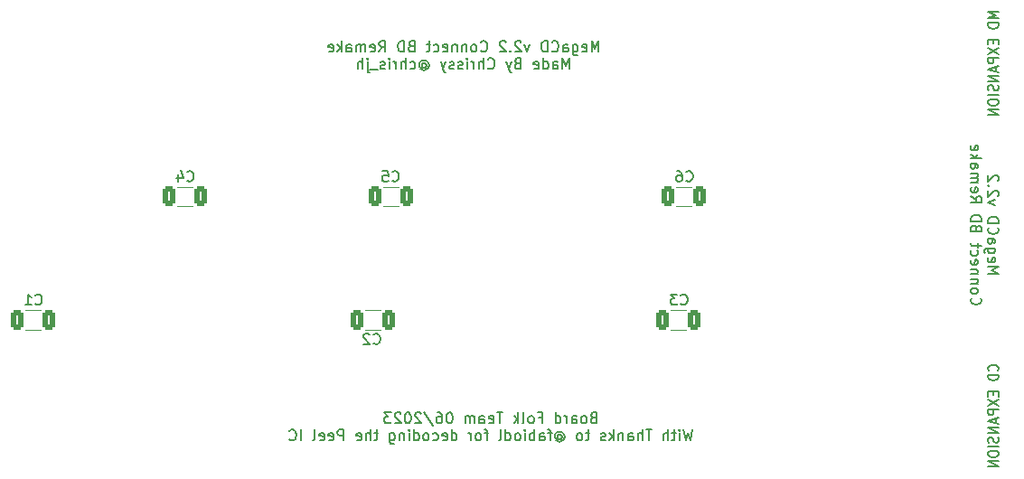
<source format=gbo>
G04 #@! TF.GenerationSoftware,KiCad,Pcbnew,8.0.6*
G04 #@! TF.CreationDate,2025-02-16T15:02:21+05:00*
G04 #@! TF.ProjectId,MegaCD-Connect BD Remake,4d656761-4344-42d4-936f-6e6e65637420,rev?*
G04 #@! TF.SameCoordinates,Original*
G04 #@! TF.FileFunction,Legend,Bot*
G04 #@! TF.FilePolarity,Positive*
%FSLAX46Y46*%
G04 Gerber Fmt 4.6, Leading zero omitted, Abs format (unit mm)*
G04 Created by KiCad (PCBNEW 8.0.6) date 2025-02-16 15:02:21*
%MOMM*%
%LPD*%
G01*
G04 APERTURE LIST*
G04 Aperture macros list*
%AMRoundRect*
0 Rectangle with rounded corners*
0 $1 Rounding radius*
0 $2 $3 $4 $5 $6 $7 $8 $9 X,Y pos of 4 corners*
0 Add a 4 corners polygon primitive as box body*
4,1,4,$2,$3,$4,$5,$6,$7,$8,$9,$2,$3,0*
0 Add four circle primitives for the rounded corners*
1,1,$1+$1,$2,$3*
1,1,$1+$1,$4,$5*
1,1,$1+$1,$6,$7*
1,1,$1+$1,$8,$9*
0 Add four rect primitives between the rounded corners*
20,1,$1+$1,$2,$3,$4,$5,0*
20,1,$1+$1,$4,$5,$6,$7,0*
20,1,$1+$1,$6,$7,$8,$9,0*
20,1,$1+$1,$8,$9,$2,$3,0*%
G04 Aperture macros list end*
%ADD10C,0.150000*%
%ADD11C,0.120000*%
%ADD12C,0.240000*%
%ADD13R,1.600000X2.400000*%
%ADD14O,1.600000X2.400000*%
%ADD15R,1.700000X1.700000*%
%ADD16O,1.700000X1.700000*%
%ADD17R,1.600000X1.600000*%
%ADD18O,1.600000X1.600000*%
%ADD19RoundRect,0.250000X-0.325000X-0.650000X0.325000X-0.650000X0.325000X0.650000X-0.325000X0.650000X0*%
%ADD20RoundRect,0.250000X0.325000X0.650000X-0.325000X0.650000X-0.325000X-0.650000X0.325000X-0.650000X0*%
G04 APERTURE END LIST*
D10*
X167328857Y-77253875D02*
X167328857Y-76253875D01*
X167328857Y-76253875D02*
X166995524Y-76968160D01*
X166995524Y-76968160D02*
X166662191Y-76253875D01*
X166662191Y-76253875D02*
X166662191Y-77253875D01*
X165805048Y-77206256D02*
X165900286Y-77253875D01*
X165900286Y-77253875D02*
X166090762Y-77253875D01*
X166090762Y-77253875D02*
X166186000Y-77206256D01*
X166186000Y-77206256D02*
X166233619Y-77111017D01*
X166233619Y-77111017D02*
X166233619Y-76730065D01*
X166233619Y-76730065D02*
X166186000Y-76634827D01*
X166186000Y-76634827D02*
X166090762Y-76587208D01*
X166090762Y-76587208D02*
X165900286Y-76587208D01*
X165900286Y-76587208D02*
X165805048Y-76634827D01*
X165805048Y-76634827D02*
X165757429Y-76730065D01*
X165757429Y-76730065D02*
X165757429Y-76825303D01*
X165757429Y-76825303D02*
X166233619Y-76920541D01*
X164900286Y-76587208D02*
X164900286Y-77396732D01*
X164900286Y-77396732D02*
X164947905Y-77491970D01*
X164947905Y-77491970D02*
X164995524Y-77539589D01*
X164995524Y-77539589D02*
X165090762Y-77587208D01*
X165090762Y-77587208D02*
X165233619Y-77587208D01*
X165233619Y-77587208D02*
X165328857Y-77539589D01*
X164900286Y-77206256D02*
X164995524Y-77253875D01*
X164995524Y-77253875D02*
X165186000Y-77253875D01*
X165186000Y-77253875D02*
X165281238Y-77206256D01*
X165281238Y-77206256D02*
X165328857Y-77158636D01*
X165328857Y-77158636D02*
X165376476Y-77063398D01*
X165376476Y-77063398D02*
X165376476Y-76777684D01*
X165376476Y-76777684D02*
X165328857Y-76682446D01*
X165328857Y-76682446D02*
X165281238Y-76634827D01*
X165281238Y-76634827D02*
X165186000Y-76587208D01*
X165186000Y-76587208D02*
X164995524Y-76587208D01*
X164995524Y-76587208D02*
X164900286Y-76634827D01*
X163995524Y-77253875D02*
X163995524Y-76730065D01*
X163995524Y-76730065D02*
X164043143Y-76634827D01*
X164043143Y-76634827D02*
X164138381Y-76587208D01*
X164138381Y-76587208D02*
X164328857Y-76587208D01*
X164328857Y-76587208D02*
X164424095Y-76634827D01*
X163995524Y-77206256D02*
X164090762Y-77253875D01*
X164090762Y-77253875D02*
X164328857Y-77253875D01*
X164328857Y-77253875D02*
X164424095Y-77206256D01*
X164424095Y-77206256D02*
X164471714Y-77111017D01*
X164471714Y-77111017D02*
X164471714Y-77015779D01*
X164471714Y-77015779D02*
X164424095Y-76920541D01*
X164424095Y-76920541D02*
X164328857Y-76872922D01*
X164328857Y-76872922D02*
X164090762Y-76872922D01*
X164090762Y-76872922D02*
X163995524Y-76825303D01*
X162947905Y-77158636D02*
X162995524Y-77206256D01*
X162995524Y-77206256D02*
X163138381Y-77253875D01*
X163138381Y-77253875D02*
X163233619Y-77253875D01*
X163233619Y-77253875D02*
X163376476Y-77206256D01*
X163376476Y-77206256D02*
X163471714Y-77111017D01*
X163471714Y-77111017D02*
X163519333Y-77015779D01*
X163519333Y-77015779D02*
X163566952Y-76825303D01*
X163566952Y-76825303D02*
X163566952Y-76682446D01*
X163566952Y-76682446D02*
X163519333Y-76491970D01*
X163519333Y-76491970D02*
X163471714Y-76396732D01*
X163471714Y-76396732D02*
X163376476Y-76301494D01*
X163376476Y-76301494D02*
X163233619Y-76253875D01*
X163233619Y-76253875D02*
X163138381Y-76253875D01*
X163138381Y-76253875D02*
X162995524Y-76301494D01*
X162995524Y-76301494D02*
X162947905Y-76349113D01*
X162519333Y-77253875D02*
X162519333Y-76253875D01*
X162519333Y-76253875D02*
X162281238Y-76253875D01*
X162281238Y-76253875D02*
X162138381Y-76301494D01*
X162138381Y-76301494D02*
X162043143Y-76396732D01*
X162043143Y-76396732D02*
X161995524Y-76491970D01*
X161995524Y-76491970D02*
X161947905Y-76682446D01*
X161947905Y-76682446D02*
X161947905Y-76825303D01*
X161947905Y-76825303D02*
X161995524Y-77015779D01*
X161995524Y-77015779D02*
X162043143Y-77111017D01*
X162043143Y-77111017D02*
X162138381Y-77206256D01*
X162138381Y-77206256D02*
X162281238Y-77253875D01*
X162281238Y-77253875D02*
X162519333Y-77253875D01*
X160852666Y-76587208D02*
X160614571Y-77253875D01*
X160614571Y-77253875D02*
X160376476Y-76587208D01*
X160043142Y-76349113D02*
X159995523Y-76301494D01*
X159995523Y-76301494D02*
X159900285Y-76253875D01*
X159900285Y-76253875D02*
X159662190Y-76253875D01*
X159662190Y-76253875D02*
X159566952Y-76301494D01*
X159566952Y-76301494D02*
X159519333Y-76349113D01*
X159519333Y-76349113D02*
X159471714Y-76444351D01*
X159471714Y-76444351D02*
X159471714Y-76539589D01*
X159471714Y-76539589D02*
X159519333Y-76682446D01*
X159519333Y-76682446D02*
X160090761Y-77253875D01*
X160090761Y-77253875D02*
X159471714Y-77253875D01*
X159043142Y-77158636D02*
X158995523Y-77206256D01*
X158995523Y-77206256D02*
X159043142Y-77253875D01*
X159043142Y-77253875D02*
X159090761Y-77206256D01*
X159090761Y-77206256D02*
X159043142Y-77158636D01*
X159043142Y-77158636D02*
X159043142Y-77253875D01*
X158614571Y-76349113D02*
X158566952Y-76301494D01*
X158566952Y-76301494D02*
X158471714Y-76253875D01*
X158471714Y-76253875D02*
X158233619Y-76253875D01*
X158233619Y-76253875D02*
X158138381Y-76301494D01*
X158138381Y-76301494D02*
X158090762Y-76349113D01*
X158090762Y-76349113D02*
X158043143Y-76444351D01*
X158043143Y-76444351D02*
X158043143Y-76539589D01*
X158043143Y-76539589D02*
X158090762Y-76682446D01*
X158090762Y-76682446D02*
X158662190Y-77253875D01*
X158662190Y-77253875D02*
X158043143Y-77253875D01*
X156281238Y-77158636D02*
X156328857Y-77206256D01*
X156328857Y-77206256D02*
X156471714Y-77253875D01*
X156471714Y-77253875D02*
X156566952Y-77253875D01*
X156566952Y-77253875D02*
X156709809Y-77206256D01*
X156709809Y-77206256D02*
X156805047Y-77111017D01*
X156805047Y-77111017D02*
X156852666Y-77015779D01*
X156852666Y-77015779D02*
X156900285Y-76825303D01*
X156900285Y-76825303D02*
X156900285Y-76682446D01*
X156900285Y-76682446D02*
X156852666Y-76491970D01*
X156852666Y-76491970D02*
X156805047Y-76396732D01*
X156805047Y-76396732D02*
X156709809Y-76301494D01*
X156709809Y-76301494D02*
X156566952Y-76253875D01*
X156566952Y-76253875D02*
X156471714Y-76253875D01*
X156471714Y-76253875D02*
X156328857Y-76301494D01*
X156328857Y-76301494D02*
X156281238Y-76349113D01*
X155709809Y-77253875D02*
X155805047Y-77206256D01*
X155805047Y-77206256D02*
X155852666Y-77158636D01*
X155852666Y-77158636D02*
X155900285Y-77063398D01*
X155900285Y-77063398D02*
X155900285Y-76777684D01*
X155900285Y-76777684D02*
X155852666Y-76682446D01*
X155852666Y-76682446D02*
X155805047Y-76634827D01*
X155805047Y-76634827D02*
X155709809Y-76587208D01*
X155709809Y-76587208D02*
X155566952Y-76587208D01*
X155566952Y-76587208D02*
X155471714Y-76634827D01*
X155471714Y-76634827D02*
X155424095Y-76682446D01*
X155424095Y-76682446D02*
X155376476Y-76777684D01*
X155376476Y-76777684D02*
X155376476Y-77063398D01*
X155376476Y-77063398D02*
X155424095Y-77158636D01*
X155424095Y-77158636D02*
X155471714Y-77206256D01*
X155471714Y-77206256D02*
X155566952Y-77253875D01*
X155566952Y-77253875D02*
X155709809Y-77253875D01*
X154947904Y-76587208D02*
X154947904Y-77253875D01*
X154947904Y-76682446D02*
X154900285Y-76634827D01*
X154900285Y-76634827D02*
X154805047Y-76587208D01*
X154805047Y-76587208D02*
X154662190Y-76587208D01*
X154662190Y-76587208D02*
X154566952Y-76634827D01*
X154566952Y-76634827D02*
X154519333Y-76730065D01*
X154519333Y-76730065D02*
X154519333Y-77253875D01*
X154043142Y-76587208D02*
X154043142Y-77253875D01*
X154043142Y-76682446D02*
X153995523Y-76634827D01*
X153995523Y-76634827D02*
X153900285Y-76587208D01*
X153900285Y-76587208D02*
X153757428Y-76587208D01*
X153757428Y-76587208D02*
X153662190Y-76634827D01*
X153662190Y-76634827D02*
X153614571Y-76730065D01*
X153614571Y-76730065D02*
X153614571Y-77253875D01*
X152757428Y-77206256D02*
X152852666Y-77253875D01*
X152852666Y-77253875D02*
X153043142Y-77253875D01*
X153043142Y-77253875D02*
X153138380Y-77206256D01*
X153138380Y-77206256D02*
X153185999Y-77111017D01*
X153185999Y-77111017D02*
X153185999Y-76730065D01*
X153185999Y-76730065D02*
X153138380Y-76634827D01*
X153138380Y-76634827D02*
X153043142Y-76587208D01*
X153043142Y-76587208D02*
X152852666Y-76587208D01*
X152852666Y-76587208D02*
X152757428Y-76634827D01*
X152757428Y-76634827D02*
X152709809Y-76730065D01*
X152709809Y-76730065D02*
X152709809Y-76825303D01*
X152709809Y-76825303D02*
X153185999Y-76920541D01*
X151852666Y-77206256D02*
X151947904Y-77253875D01*
X151947904Y-77253875D02*
X152138380Y-77253875D01*
X152138380Y-77253875D02*
X152233618Y-77206256D01*
X152233618Y-77206256D02*
X152281237Y-77158636D01*
X152281237Y-77158636D02*
X152328856Y-77063398D01*
X152328856Y-77063398D02*
X152328856Y-76777684D01*
X152328856Y-76777684D02*
X152281237Y-76682446D01*
X152281237Y-76682446D02*
X152233618Y-76634827D01*
X152233618Y-76634827D02*
X152138380Y-76587208D01*
X152138380Y-76587208D02*
X151947904Y-76587208D01*
X151947904Y-76587208D02*
X151852666Y-76634827D01*
X151566951Y-76587208D02*
X151185999Y-76587208D01*
X151424094Y-76253875D02*
X151424094Y-77111017D01*
X151424094Y-77111017D02*
X151376475Y-77206256D01*
X151376475Y-77206256D02*
X151281237Y-77253875D01*
X151281237Y-77253875D02*
X151185999Y-77253875D01*
X149757427Y-76730065D02*
X149614570Y-76777684D01*
X149614570Y-76777684D02*
X149566951Y-76825303D01*
X149566951Y-76825303D02*
X149519332Y-76920541D01*
X149519332Y-76920541D02*
X149519332Y-77063398D01*
X149519332Y-77063398D02*
X149566951Y-77158636D01*
X149566951Y-77158636D02*
X149614570Y-77206256D01*
X149614570Y-77206256D02*
X149709808Y-77253875D01*
X149709808Y-77253875D02*
X150090760Y-77253875D01*
X150090760Y-77253875D02*
X150090760Y-76253875D01*
X150090760Y-76253875D02*
X149757427Y-76253875D01*
X149757427Y-76253875D02*
X149662189Y-76301494D01*
X149662189Y-76301494D02*
X149614570Y-76349113D01*
X149614570Y-76349113D02*
X149566951Y-76444351D01*
X149566951Y-76444351D02*
X149566951Y-76539589D01*
X149566951Y-76539589D02*
X149614570Y-76634827D01*
X149614570Y-76634827D02*
X149662189Y-76682446D01*
X149662189Y-76682446D02*
X149757427Y-76730065D01*
X149757427Y-76730065D02*
X150090760Y-76730065D01*
X149090760Y-77253875D02*
X149090760Y-76253875D01*
X149090760Y-76253875D02*
X148852665Y-76253875D01*
X148852665Y-76253875D02*
X148709808Y-76301494D01*
X148709808Y-76301494D02*
X148614570Y-76396732D01*
X148614570Y-76396732D02*
X148566951Y-76491970D01*
X148566951Y-76491970D02*
X148519332Y-76682446D01*
X148519332Y-76682446D02*
X148519332Y-76825303D01*
X148519332Y-76825303D02*
X148566951Y-77015779D01*
X148566951Y-77015779D02*
X148614570Y-77111017D01*
X148614570Y-77111017D02*
X148709808Y-77206256D01*
X148709808Y-77206256D02*
X148852665Y-77253875D01*
X148852665Y-77253875D02*
X149090760Y-77253875D01*
X146757427Y-77253875D02*
X147090760Y-76777684D01*
X147328855Y-77253875D02*
X147328855Y-76253875D01*
X147328855Y-76253875D02*
X146947903Y-76253875D01*
X146947903Y-76253875D02*
X146852665Y-76301494D01*
X146852665Y-76301494D02*
X146805046Y-76349113D01*
X146805046Y-76349113D02*
X146757427Y-76444351D01*
X146757427Y-76444351D02*
X146757427Y-76587208D01*
X146757427Y-76587208D02*
X146805046Y-76682446D01*
X146805046Y-76682446D02*
X146852665Y-76730065D01*
X146852665Y-76730065D02*
X146947903Y-76777684D01*
X146947903Y-76777684D02*
X147328855Y-76777684D01*
X145947903Y-77206256D02*
X146043141Y-77253875D01*
X146043141Y-77253875D02*
X146233617Y-77253875D01*
X146233617Y-77253875D02*
X146328855Y-77206256D01*
X146328855Y-77206256D02*
X146376474Y-77111017D01*
X146376474Y-77111017D02*
X146376474Y-76730065D01*
X146376474Y-76730065D02*
X146328855Y-76634827D01*
X146328855Y-76634827D02*
X146233617Y-76587208D01*
X146233617Y-76587208D02*
X146043141Y-76587208D01*
X146043141Y-76587208D02*
X145947903Y-76634827D01*
X145947903Y-76634827D02*
X145900284Y-76730065D01*
X145900284Y-76730065D02*
X145900284Y-76825303D01*
X145900284Y-76825303D02*
X146376474Y-76920541D01*
X145471712Y-77253875D02*
X145471712Y-76587208D01*
X145471712Y-76682446D02*
X145424093Y-76634827D01*
X145424093Y-76634827D02*
X145328855Y-76587208D01*
X145328855Y-76587208D02*
X145185998Y-76587208D01*
X145185998Y-76587208D02*
X145090760Y-76634827D01*
X145090760Y-76634827D02*
X145043141Y-76730065D01*
X145043141Y-76730065D02*
X145043141Y-77253875D01*
X145043141Y-76730065D02*
X144995522Y-76634827D01*
X144995522Y-76634827D02*
X144900284Y-76587208D01*
X144900284Y-76587208D02*
X144757427Y-76587208D01*
X144757427Y-76587208D02*
X144662188Y-76634827D01*
X144662188Y-76634827D02*
X144614569Y-76730065D01*
X144614569Y-76730065D02*
X144614569Y-77253875D01*
X143709808Y-77253875D02*
X143709808Y-76730065D01*
X143709808Y-76730065D02*
X143757427Y-76634827D01*
X143757427Y-76634827D02*
X143852665Y-76587208D01*
X143852665Y-76587208D02*
X144043141Y-76587208D01*
X144043141Y-76587208D02*
X144138379Y-76634827D01*
X143709808Y-77206256D02*
X143805046Y-77253875D01*
X143805046Y-77253875D02*
X144043141Y-77253875D01*
X144043141Y-77253875D02*
X144138379Y-77206256D01*
X144138379Y-77206256D02*
X144185998Y-77111017D01*
X144185998Y-77111017D02*
X144185998Y-77015779D01*
X144185998Y-77015779D02*
X144138379Y-76920541D01*
X144138379Y-76920541D02*
X144043141Y-76872922D01*
X144043141Y-76872922D02*
X143805046Y-76872922D01*
X143805046Y-76872922D02*
X143709808Y-76825303D01*
X143233617Y-77253875D02*
X143233617Y-76253875D01*
X143138379Y-76872922D02*
X142852665Y-77253875D01*
X142852665Y-76587208D02*
X143233617Y-76968160D01*
X142043141Y-77206256D02*
X142138379Y-77253875D01*
X142138379Y-77253875D02*
X142328855Y-77253875D01*
X142328855Y-77253875D02*
X142424093Y-77206256D01*
X142424093Y-77206256D02*
X142471712Y-77111017D01*
X142471712Y-77111017D02*
X142471712Y-76730065D01*
X142471712Y-76730065D02*
X142424093Y-76634827D01*
X142424093Y-76634827D02*
X142328855Y-76587208D01*
X142328855Y-76587208D02*
X142138379Y-76587208D01*
X142138379Y-76587208D02*
X142043141Y-76634827D01*
X142043141Y-76634827D02*
X141995522Y-76730065D01*
X141995522Y-76730065D02*
X141995522Y-76825303D01*
X141995522Y-76825303D02*
X142471712Y-76920541D01*
X164614571Y-78863819D02*
X164614571Y-77863819D01*
X164614571Y-77863819D02*
X164281238Y-78578104D01*
X164281238Y-78578104D02*
X163947905Y-77863819D01*
X163947905Y-77863819D02*
X163947905Y-78863819D01*
X163043143Y-78863819D02*
X163043143Y-78340009D01*
X163043143Y-78340009D02*
X163090762Y-78244771D01*
X163090762Y-78244771D02*
X163186000Y-78197152D01*
X163186000Y-78197152D02*
X163376476Y-78197152D01*
X163376476Y-78197152D02*
X163471714Y-78244771D01*
X163043143Y-78816200D02*
X163138381Y-78863819D01*
X163138381Y-78863819D02*
X163376476Y-78863819D01*
X163376476Y-78863819D02*
X163471714Y-78816200D01*
X163471714Y-78816200D02*
X163519333Y-78720961D01*
X163519333Y-78720961D02*
X163519333Y-78625723D01*
X163519333Y-78625723D02*
X163471714Y-78530485D01*
X163471714Y-78530485D02*
X163376476Y-78482866D01*
X163376476Y-78482866D02*
X163138381Y-78482866D01*
X163138381Y-78482866D02*
X163043143Y-78435247D01*
X162138381Y-78863819D02*
X162138381Y-77863819D01*
X162138381Y-78816200D02*
X162233619Y-78863819D01*
X162233619Y-78863819D02*
X162424095Y-78863819D01*
X162424095Y-78863819D02*
X162519333Y-78816200D01*
X162519333Y-78816200D02*
X162566952Y-78768580D01*
X162566952Y-78768580D02*
X162614571Y-78673342D01*
X162614571Y-78673342D02*
X162614571Y-78387628D01*
X162614571Y-78387628D02*
X162566952Y-78292390D01*
X162566952Y-78292390D02*
X162519333Y-78244771D01*
X162519333Y-78244771D02*
X162424095Y-78197152D01*
X162424095Y-78197152D02*
X162233619Y-78197152D01*
X162233619Y-78197152D02*
X162138381Y-78244771D01*
X161281238Y-78816200D02*
X161376476Y-78863819D01*
X161376476Y-78863819D02*
X161566952Y-78863819D01*
X161566952Y-78863819D02*
X161662190Y-78816200D01*
X161662190Y-78816200D02*
X161709809Y-78720961D01*
X161709809Y-78720961D02*
X161709809Y-78340009D01*
X161709809Y-78340009D02*
X161662190Y-78244771D01*
X161662190Y-78244771D02*
X161566952Y-78197152D01*
X161566952Y-78197152D02*
X161376476Y-78197152D01*
X161376476Y-78197152D02*
X161281238Y-78244771D01*
X161281238Y-78244771D02*
X161233619Y-78340009D01*
X161233619Y-78340009D02*
X161233619Y-78435247D01*
X161233619Y-78435247D02*
X161709809Y-78530485D01*
X159709809Y-78340009D02*
X159566952Y-78387628D01*
X159566952Y-78387628D02*
X159519333Y-78435247D01*
X159519333Y-78435247D02*
X159471714Y-78530485D01*
X159471714Y-78530485D02*
X159471714Y-78673342D01*
X159471714Y-78673342D02*
X159519333Y-78768580D01*
X159519333Y-78768580D02*
X159566952Y-78816200D01*
X159566952Y-78816200D02*
X159662190Y-78863819D01*
X159662190Y-78863819D02*
X160043142Y-78863819D01*
X160043142Y-78863819D02*
X160043142Y-77863819D01*
X160043142Y-77863819D02*
X159709809Y-77863819D01*
X159709809Y-77863819D02*
X159614571Y-77911438D01*
X159614571Y-77911438D02*
X159566952Y-77959057D01*
X159566952Y-77959057D02*
X159519333Y-78054295D01*
X159519333Y-78054295D02*
X159519333Y-78149533D01*
X159519333Y-78149533D02*
X159566952Y-78244771D01*
X159566952Y-78244771D02*
X159614571Y-78292390D01*
X159614571Y-78292390D02*
X159709809Y-78340009D01*
X159709809Y-78340009D02*
X160043142Y-78340009D01*
X159138380Y-78197152D02*
X158900285Y-78863819D01*
X158662190Y-78197152D02*
X158900285Y-78863819D01*
X158900285Y-78863819D02*
X158995523Y-79101914D01*
X158995523Y-79101914D02*
X159043142Y-79149533D01*
X159043142Y-79149533D02*
X159138380Y-79197152D01*
X156947904Y-78768580D02*
X156995523Y-78816200D01*
X156995523Y-78816200D02*
X157138380Y-78863819D01*
X157138380Y-78863819D02*
X157233618Y-78863819D01*
X157233618Y-78863819D02*
X157376475Y-78816200D01*
X157376475Y-78816200D02*
X157471713Y-78720961D01*
X157471713Y-78720961D02*
X157519332Y-78625723D01*
X157519332Y-78625723D02*
X157566951Y-78435247D01*
X157566951Y-78435247D02*
X157566951Y-78292390D01*
X157566951Y-78292390D02*
X157519332Y-78101914D01*
X157519332Y-78101914D02*
X157471713Y-78006676D01*
X157471713Y-78006676D02*
X157376475Y-77911438D01*
X157376475Y-77911438D02*
X157233618Y-77863819D01*
X157233618Y-77863819D02*
X157138380Y-77863819D01*
X157138380Y-77863819D02*
X156995523Y-77911438D01*
X156995523Y-77911438D02*
X156947904Y-77959057D01*
X156519332Y-78863819D02*
X156519332Y-77863819D01*
X156090761Y-78863819D02*
X156090761Y-78340009D01*
X156090761Y-78340009D02*
X156138380Y-78244771D01*
X156138380Y-78244771D02*
X156233618Y-78197152D01*
X156233618Y-78197152D02*
X156376475Y-78197152D01*
X156376475Y-78197152D02*
X156471713Y-78244771D01*
X156471713Y-78244771D02*
X156519332Y-78292390D01*
X155614570Y-78863819D02*
X155614570Y-78197152D01*
X155614570Y-78387628D02*
X155566951Y-78292390D01*
X155566951Y-78292390D02*
X155519332Y-78244771D01*
X155519332Y-78244771D02*
X155424094Y-78197152D01*
X155424094Y-78197152D02*
X155328856Y-78197152D01*
X154995522Y-78863819D02*
X154995522Y-78197152D01*
X154995522Y-77863819D02*
X155043141Y-77911438D01*
X155043141Y-77911438D02*
X154995522Y-77959057D01*
X154995522Y-77959057D02*
X154947903Y-77911438D01*
X154947903Y-77911438D02*
X154995522Y-77863819D01*
X154995522Y-77863819D02*
X154995522Y-77959057D01*
X154566951Y-78816200D02*
X154471713Y-78863819D01*
X154471713Y-78863819D02*
X154281237Y-78863819D01*
X154281237Y-78863819D02*
X154185999Y-78816200D01*
X154185999Y-78816200D02*
X154138380Y-78720961D01*
X154138380Y-78720961D02*
X154138380Y-78673342D01*
X154138380Y-78673342D02*
X154185999Y-78578104D01*
X154185999Y-78578104D02*
X154281237Y-78530485D01*
X154281237Y-78530485D02*
X154424094Y-78530485D01*
X154424094Y-78530485D02*
X154519332Y-78482866D01*
X154519332Y-78482866D02*
X154566951Y-78387628D01*
X154566951Y-78387628D02*
X154566951Y-78340009D01*
X154566951Y-78340009D02*
X154519332Y-78244771D01*
X154519332Y-78244771D02*
X154424094Y-78197152D01*
X154424094Y-78197152D02*
X154281237Y-78197152D01*
X154281237Y-78197152D02*
X154185999Y-78244771D01*
X153757427Y-78816200D02*
X153662189Y-78863819D01*
X153662189Y-78863819D02*
X153471713Y-78863819D01*
X153471713Y-78863819D02*
X153376475Y-78816200D01*
X153376475Y-78816200D02*
X153328856Y-78720961D01*
X153328856Y-78720961D02*
X153328856Y-78673342D01*
X153328856Y-78673342D02*
X153376475Y-78578104D01*
X153376475Y-78578104D02*
X153471713Y-78530485D01*
X153471713Y-78530485D02*
X153614570Y-78530485D01*
X153614570Y-78530485D02*
X153709808Y-78482866D01*
X153709808Y-78482866D02*
X153757427Y-78387628D01*
X153757427Y-78387628D02*
X153757427Y-78340009D01*
X153757427Y-78340009D02*
X153709808Y-78244771D01*
X153709808Y-78244771D02*
X153614570Y-78197152D01*
X153614570Y-78197152D02*
X153471713Y-78197152D01*
X153471713Y-78197152D02*
X153376475Y-78244771D01*
X152995522Y-78197152D02*
X152757427Y-78863819D01*
X152519332Y-78197152D02*
X152757427Y-78863819D01*
X152757427Y-78863819D02*
X152852665Y-79101914D01*
X152852665Y-79101914D02*
X152900284Y-79149533D01*
X152900284Y-79149533D02*
X152995522Y-79197152D01*
X150757427Y-78387628D02*
X150805046Y-78340009D01*
X150805046Y-78340009D02*
X150900284Y-78292390D01*
X150900284Y-78292390D02*
X150995522Y-78292390D01*
X150995522Y-78292390D02*
X151090760Y-78340009D01*
X151090760Y-78340009D02*
X151138379Y-78387628D01*
X151138379Y-78387628D02*
X151185998Y-78482866D01*
X151185998Y-78482866D02*
X151185998Y-78578104D01*
X151185998Y-78578104D02*
X151138379Y-78673342D01*
X151138379Y-78673342D02*
X151090760Y-78720961D01*
X151090760Y-78720961D02*
X150995522Y-78768580D01*
X150995522Y-78768580D02*
X150900284Y-78768580D01*
X150900284Y-78768580D02*
X150805046Y-78720961D01*
X150805046Y-78720961D02*
X150757427Y-78673342D01*
X150757427Y-78292390D02*
X150757427Y-78673342D01*
X150757427Y-78673342D02*
X150709808Y-78720961D01*
X150709808Y-78720961D02*
X150662189Y-78720961D01*
X150662189Y-78720961D02*
X150566950Y-78673342D01*
X150566950Y-78673342D02*
X150519331Y-78578104D01*
X150519331Y-78578104D02*
X150519331Y-78340009D01*
X150519331Y-78340009D02*
X150614570Y-78197152D01*
X150614570Y-78197152D02*
X150757427Y-78101914D01*
X150757427Y-78101914D02*
X150947903Y-78054295D01*
X150947903Y-78054295D02*
X151138379Y-78101914D01*
X151138379Y-78101914D02*
X151281236Y-78197152D01*
X151281236Y-78197152D02*
X151376474Y-78340009D01*
X151376474Y-78340009D02*
X151424093Y-78530485D01*
X151424093Y-78530485D02*
X151376474Y-78720961D01*
X151376474Y-78720961D02*
X151281236Y-78863819D01*
X151281236Y-78863819D02*
X151138379Y-78959057D01*
X151138379Y-78959057D02*
X150947903Y-79006676D01*
X150947903Y-79006676D02*
X150757427Y-78959057D01*
X150757427Y-78959057D02*
X150614570Y-78863819D01*
X149662189Y-78816200D02*
X149757427Y-78863819D01*
X149757427Y-78863819D02*
X149947903Y-78863819D01*
X149947903Y-78863819D02*
X150043141Y-78816200D01*
X150043141Y-78816200D02*
X150090760Y-78768580D01*
X150090760Y-78768580D02*
X150138379Y-78673342D01*
X150138379Y-78673342D02*
X150138379Y-78387628D01*
X150138379Y-78387628D02*
X150090760Y-78292390D01*
X150090760Y-78292390D02*
X150043141Y-78244771D01*
X150043141Y-78244771D02*
X149947903Y-78197152D01*
X149947903Y-78197152D02*
X149757427Y-78197152D01*
X149757427Y-78197152D02*
X149662189Y-78244771D01*
X149233617Y-78863819D02*
X149233617Y-77863819D01*
X148805046Y-78863819D02*
X148805046Y-78340009D01*
X148805046Y-78340009D02*
X148852665Y-78244771D01*
X148852665Y-78244771D02*
X148947903Y-78197152D01*
X148947903Y-78197152D02*
X149090760Y-78197152D01*
X149090760Y-78197152D02*
X149185998Y-78244771D01*
X149185998Y-78244771D02*
X149233617Y-78292390D01*
X148328855Y-78863819D02*
X148328855Y-78197152D01*
X148328855Y-78387628D02*
X148281236Y-78292390D01*
X148281236Y-78292390D02*
X148233617Y-78244771D01*
X148233617Y-78244771D02*
X148138379Y-78197152D01*
X148138379Y-78197152D02*
X148043141Y-78197152D01*
X147709807Y-78863819D02*
X147709807Y-78197152D01*
X147709807Y-77863819D02*
X147757426Y-77911438D01*
X147757426Y-77911438D02*
X147709807Y-77959057D01*
X147709807Y-77959057D02*
X147662188Y-77911438D01*
X147662188Y-77911438D02*
X147709807Y-77863819D01*
X147709807Y-77863819D02*
X147709807Y-77959057D01*
X147281236Y-78816200D02*
X147185998Y-78863819D01*
X147185998Y-78863819D02*
X146995522Y-78863819D01*
X146995522Y-78863819D02*
X146900284Y-78816200D01*
X146900284Y-78816200D02*
X146852665Y-78720961D01*
X146852665Y-78720961D02*
X146852665Y-78673342D01*
X146852665Y-78673342D02*
X146900284Y-78578104D01*
X146900284Y-78578104D02*
X146995522Y-78530485D01*
X146995522Y-78530485D02*
X147138379Y-78530485D01*
X147138379Y-78530485D02*
X147233617Y-78482866D01*
X147233617Y-78482866D02*
X147281236Y-78387628D01*
X147281236Y-78387628D02*
X147281236Y-78340009D01*
X147281236Y-78340009D02*
X147233617Y-78244771D01*
X147233617Y-78244771D02*
X147138379Y-78197152D01*
X147138379Y-78197152D02*
X146995522Y-78197152D01*
X146995522Y-78197152D02*
X146900284Y-78244771D01*
X146662189Y-78959057D02*
X145900284Y-78959057D01*
X145662188Y-78197152D02*
X145662188Y-79054295D01*
X145662188Y-79054295D02*
X145709807Y-79149533D01*
X145709807Y-79149533D02*
X145805045Y-79197152D01*
X145805045Y-79197152D02*
X145852664Y-79197152D01*
X145662188Y-77863819D02*
X145709807Y-77911438D01*
X145709807Y-77911438D02*
X145662188Y-77959057D01*
X145662188Y-77959057D02*
X145614569Y-77911438D01*
X145614569Y-77911438D02*
X145662188Y-77863819D01*
X145662188Y-77863819D02*
X145662188Y-77959057D01*
X145185998Y-78863819D02*
X145185998Y-77863819D01*
X144757427Y-78863819D02*
X144757427Y-78340009D01*
X144757427Y-78340009D02*
X144805046Y-78244771D01*
X144805046Y-78244771D02*
X144900284Y-78197152D01*
X144900284Y-78197152D02*
X145043141Y-78197152D01*
X145043141Y-78197152D02*
X145138379Y-78244771D01*
X145138379Y-78244771D02*
X145185998Y-78292390D01*
X204702580Y-107136143D02*
X204750200Y-107093286D01*
X204750200Y-107093286D02*
X204797819Y-106964714D01*
X204797819Y-106964714D02*
X204797819Y-106879000D01*
X204797819Y-106879000D02*
X204750200Y-106750429D01*
X204750200Y-106750429D02*
X204654961Y-106664714D01*
X204654961Y-106664714D02*
X204559723Y-106621857D01*
X204559723Y-106621857D02*
X204369247Y-106579000D01*
X204369247Y-106579000D02*
X204226390Y-106579000D01*
X204226390Y-106579000D02*
X204035914Y-106621857D01*
X204035914Y-106621857D02*
X203940676Y-106664714D01*
X203940676Y-106664714D02*
X203845438Y-106750429D01*
X203845438Y-106750429D02*
X203797819Y-106879000D01*
X203797819Y-106879000D02*
X203797819Y-106964714D01*
X203797819Y-106964714D02*
X203845438Y-107093286D01*
X203845438Y-107093286D02*
X203893057Y-107136143D01*
X204797819Y-107521857D02*
X203797819Y-107521857D01*
X203797819Y-107521857D02*
X203797819Y-107736143D01*
X203797819Y-107736143D02*
X203845438Y-107864714D01*
X203845438Y-107864714D02*
X203940676Y-107950429D01*
X203940676Y-107950429D02*
X204035914Y-107993286D01*
X204035914Y-107993286D02*
X204226390Y-108036143D01*
X204226390Y-108036143D02*
X204369247Y-108036143D01*
X204369247Y-108036143D02*
X204559723Y-107993286D01*
X204559723Y-107993286D02*
X204654961Y-107950429D01*
X204654961Y-107950429D02*
X204750200Y-107864714D01*
X204750200Y-107864714D02*
X204797819Y-107736143D01*
X204797819Y-107736143D02*
X204797819Y-107521857D01*
X204274009Y-109107571D02*
X204274009Y-109407571D01*
X204797819Y-109536143D02*
X204797819Y-109107571D01*
X204797819Y-109107571D02*
X203797819Y-109107571D01*
X203797819Y-109107571D02*
X203797819Y-109536143D01*
X203797819Y-109836143D02*
X204797819Y-110436143D01*
X203797819Y-110436143D02*
X204797819Y-109836143D01*
X204797819Y-110779000D02*
X203797819Y-110779000D01*
X203797819Y-110779000D02*
X203797819Y-111121857D01*
X203797819Y-111121857D02*
X203845438Y-111207572D01*
X203845438Y-111207572D02*
X203893057Y-111250429D01*
X203893057Y-111250429D02*
X203988295Y-111293286D01*
X203988295Y-111293286D02*
X204131152Y-111293286D01*
X204131152Y-111293286D02*
X204226390Y-111250429D01*
X204226390Y-111250429D02*
X204274009Y-111207572D01*
X204274009Y-111207572D02*
X204321628Y-111121857D01*
X204321628Y-111121857D02*
X204321628Y-110779000D01*
X204512104Y-111636143D02*
X204512104Y-112064715D01*
X204797819Y-111550429D02*
X203797819Y-111850429D01*
X203797819Y-111850429D02*
X204797819Y-112150429D01*
X204797819Y-112450429D02*
X203797819Y-112450429D01*
X203797819Y-112450429D02*
X204797819Y-112964715D01*
X204797819Y-112964715D02*
X203797819Y-112964715D01*
X204750200Y-113350429D02*
X204797819Y-113479001D01*
X204797819Y-113479001D02*
X204797819Y-113693286D01*
X204797819Y-113693286D02*
X204750200Y-113779001D01*
X204750200Y-113779001D02*
X204702580Y-113821858D01*
X204702580Y-113821858D02*
X204607342Y-113864715D01*
X204607342Y-113864715D02*
X204512104Y-113864715D01*
X204512104Y-113864715D02*
X204416866Y-113821858D01*
X204416866Y-113821858D02*
X204369247Y-113779001D01*
X204369247Y-113779001D02*
X204321628Y-113693286D01*
X204321628Y-113693286D02*
X204274009Y-113521858D01*
X204274009Y-113521858D02*
X204226390Y-113436143D01*
X204226390Y-113436143D02*
X204178771Y-113393286D01*
X204178771Y-113393286D02*
X204083533Y-113350429D01*
X204083533Y-113350429D02*
X203988295Y-113350429D01*
X203988295Y-113350429D02*
X203893057Y-113393286D01*
X203893057Y-113393286D02*
X203845438Y-113436143D01*
X203845438Y-113436143D02*
X203797819Y-113521858D01*
X203797819Y-113521858D02*
X203797819Y-113736143D01*
X203797819Y-113736143D02*
X203845438Y-113864715D01*
X204797819Y-114250429D02*
X203797819Y-114250429D01*
X203797819Y-114850429D02*
X203797819Y-115021857D01*
X203797819Y-115021857D02*
X203845438Y-115107572D01*
X203845438Y-115107572D02*
X203940676Y-115193286D01*
X203940676Y-115193286D02*
X204131152Y-115236143D01*
X204131152Y-115236143D02*
X204464485Y-115236143D01*
X204464485Y-115236143D02*
X204654961Y-115193286D01*
X204654961Y-115193286D02*
X204750200Y-115107572D01*
X204750200Y-115107572D02*
X204797819Y-115021857D01*
X204797819Y-115021857D02*
X204797819Y-114850429D01*
X204797819Y-114850429D02*
X204750200Y-114764715D01*
X204750200Y-114764715D02*
X204654961Y-114679000D01*
X204654961Y-114679000D02*
X204464485Y-114636143D01*
X204464485Y-114636143D02*
X204131152Y-114636143D01*
X204131152Y-114636143D02*
X203940676Y-114679000D01*
X203940676Y-114679000D02*
X203845438Y-114764715D01*
X203845438Y-114764715D02*
X203797819Y-114850429D01*
X204797819Y-115621857D02*
X203797819Y-115621857D01*
X203797819Y-115621857D02*
X204797819Y-116136143D01*
X204797819Y-116136143D02*
X203797819Y-116136143D01*
X203797124Y-98091047D02*
X204797124Y-98091047D01*
X204797124Y-98091047D02*
X204082839Y-97757714D01*
X204082839Y-97757714D02*
X204797124Y-97424381D01*
X204797124Y-97424381D02*
X203797124Y-97424381D01*
X203844744Y-96567238D02*
X203797124Y-96662476D01*
X203797124Y-96662476D02*
X203797124Y-96852952D01*
X203797124Y-96852952D02*
X203844744Y-96948190D01*
X203844744Y-96948190D02*
X203939982Y-96995809D01*
X203939982Y-96995809D02*
X204320934Y-96995809D01*
X204320934Y-96995809D02*
X204416172Y-96948190D01*
X204416172Y-96948190D02*
X204463791Y-96852952D01*
X204463791Y-96852952D02*
X204463791Y-96662476D01*
X204463791Y-96662476D02*
X204416172Y-96567238D01*
X204416172Y-96567238D02*
X204320934Y-96519619D01*
X204320934Y-96519619D02*
X204225696Y-96519619D01*
X204225696Y-96519619D02*
X204130458Y-96995809D01*
X204463791Y-95662476D02*
X203654267Y-95662476D01*
X203654267Y-95662476D02*
X203559029Y-95710095D01*
X203559029Y-95710095D02*
X203511410Y-95757714D01*
X203511410Y-95757714D02*
X203463791Y-95852952D01*
X203463791Y-95852952D02*
X203463791Y-95995809D01*
X203463791Y-95995809D02*
X203511410Y-96091047D01*
X203844744Y-95662476D02*
X203797124Y-95757714D01*
X203797124Y-95757714D02*
X203797124Y-95948190D01*
X203797124Y-95948190D02*
X203844744Y-96043428D01*
X203844744Y-96043428D02*
X203892363Y-96091047D01*
X203892363Y-96091047D02*
X203987601Y-96138666D01*
X203987601Y-96138666D02*
X204273315Y-96138666D01*
X204273315Y-96138666D02*
X204368553Y-96091047D01*
X204368553Y-96091047D02*
X204416172Y-96043428D01*
X204416172Y-96043428D02*
X204463791Y-95948190D01*
X204463791Y-95948190D02*
X204463791Y-95757714D01*
X204463791Y-95757714D02*
X204416172Y-95662476D01*
X203797124Y-94757714D02*
X204320934Y-94757714D01*
X204320934Y-94757714D02*
X204416172Y-94805333D01*
X204416172Y-94805333D02*
X204463791Y-94900571D01*
X204463791Y-94900571D02*
X204463791Y-95091047D01*
X204463791Y-95091047D02*
X204416172Y-95186285D01*
X203844744Y-94757714D02*
X203797124Y-94852952D01*
X203797124Y-94852952D02*
X203797124Y-95091047D01*
X203797124Y-95091047D02*
X203844744Y-95186285D01*
X203844744Y-95186285D02*
X203939982Y-95233904D01*
X203939982Y-95233904D02*
X204035220Y-95233904D01*
X204035220Y-95233904D02*
X204130458Y-95186285D01*
X204130458Y-95186285D02*
X204178077Y-95091047D01*
X204178077Y-95091047D02*
X204178077Y-94852952D01*
X204178077Y-94852952D02*
X204225696Y-94757714D01*
X203892363Y-93710095D02*
X203844744Y-93757714D01*
X203844744Y-93757714D02*
X203797124Y-93900571D01*
X203797124Y-93900571D02*
X203797124Y-93995809D01*
X203797124Y-93995809D02*
X203844744Y-94138666D01*
X203844744Y-94138666D02*
X203939982Y-94233904D01*
X203939982Y-94233904D02*
X204035220Y-94281523D01*
X204035220Y-94281523D02*
X204225696Y-94329142D01*
X204225696Y-94329142D02*
X204368553Y-94329142D01*
X204368553Y-94329142D02*
X204559029Y-94281523D01*
X204559029Y-94281523D02*
X204654267Y-94233904D01*
X204654267Y-94233904D02*
X204749505Y-94138666D01*
X204749505Y-94138666D02*
X204797124Y-93995809D01*
X204797124Y-93995809D02*
X204797124Y-93900571D01*
X204797124Y-93900571D02*
X204749505Y-93757714D01*
X204749505Y-93757714D02*
X204701886Y-93710095D01*
X203797124Y-93281523D02*
X204797124Y-93281523D01*
X204797124Y-93281523D02*
X204797124Y-93043428D01*
X204797124Y-93043428D02*
X204749505Y-92900571D01*
X204749505Y-92900571D02*
X204654267Y-92805333D01*
X204654267Y-92805333D02*
X204559029Y-92757714D01*
X204559029Y-92757714D02*
X204368553Y-92710095D01*
X204368553Y-92710095D02*
X204225696Y-92710095D01*
X204225696Y-92710095D02*
X204035220Y-92757714D01*
X204035220Y-92757714D02*
X203939982Y-92805333D01*
X203939982Y-92805333D02*
X203844744Y-92900571D01*
X203844744Y-92900571D02*
X203797124Y-93043428D01*
X203797124Y-93043428D02*
X203797124Y-93281523D01*
X204463791Y-91614856D02*
X203797124Y-91376761D01*
X203797124Y-91376761D02*
X204463791Y-91138666D01*
X204701886Y-90805332D02*
X204749505Y-90757713D01*
X204749505Y-90757713D02*
X204797124Y-90662475D01*
X204797124Y-90662475D02*
X204797124Y-90424380D01*
X204797124Y-90424380D02*
X204749505Y-90329142D01*
X204749505Y-90329142D02*
X204701886Y-90281523D01*
X204701886Y-90281523D02*
X204606648Y-90233904D01*
X204606648Y-90233904D02*
X204511410Y-90233904D01*
X204511410Y-90233904D02*
X204368553Y-90281523D01*
X204368553Y-90281523D02*
X203797124Y-90852951D01*
X203797124Y-90852951D02*
X203797124Y-90233904D01*
X203892363Y-89805332D02*
X203844744Y-89757713D01*
X203844744Y-89757713D02*
X203797124Y-89805332D01*
X203797124Y-89805332D02*
X203844744Y-89852951D01*
X203844744Y-89852951D02*
X203892363Y-89805332D01*
X203892363Y-89805332D02*
X203797124Y-89805332D01*
X204701886Y-89376761D02*
X204749505Y-89329142D01*
X204749505Y-89329142D02*
X204797124Y-89233904D01*
X204797124Y-89233904D02*
X204797124Y-88995809D01*
X204797124Y-88995809D02*
X204749505Y-88900571D01*
X204749505Y-88900571D02*
X204701886Y-88852952D01*
X204701886Y-88852952D02*
X204606648Y-88805333D01*
X204606648Y-88805333D02*
X204511410Y-88805333D01*
X204511410Y-88805333D02*
X204368553Y-88852952D01*
X204368553Y-88852952D02*
X203797124Y-89424380D01*
X203797124Y-89424380D02*
X203797124Y-88805333D01*
X202282419Y-100305334D02*
X202234800Y-100352953D01*
X202234800Y-100352953D02*
X202187180Y-100495810D01*
X202187180Y-100495810D02*
X202187180Y-100591048D01*
X202187180Y-100591048D02*
X202234800Y-100733905D01*
X202234800Y-100733905D02*
X202330038Y-100829143D01*
X202330038Y-100829143D02*
X202425276Y-100876762D01*
X202425276Y-100876762D02*
X202615752Y-100924381D01*
X202615752Y-100924381D02*
X202758609Y-100924381D01*
X202758609Y-100924381D02*
X202949085Y-100876762D01*
X202949085Y-100876762D02*
X203044323Y-100829143D01*
X203044323Y-100829143D02*
X203139561Y-100733905D01*
X203139561Y-100733905D02*
X203187180Y-100591048D01*
X203187180Y-100591048D02*
X203187180Y-100495810D01*
X203187180Y-100495810D02*
X203139561Y-100352953D01*
X203139561Y-100352953D02*
X203091942Y-100305334D01*
X202187180Y-99733905D02*
X202234800Y-99829143D01*
X202234800Y-99829143D02*
X202282419Y-99876762D01*
X202282419Y-99876762D02*
X202377657Y-99924381D01*
X202377657Y-99924381D02*
X202663371Y-99924381D01*
X202663371Y-99924381D02*
X202758609Y-99876762D01*
X202758609Y-99876762D02*
X202806228Y-99829143D01*
X202806228Y-99829143D02*
X202853847Y-99733905D01*
X202853847Y-99733905D02*
X202853847Y-99591048D01*
X202853847Y-99591048D02*
X202806228Y-99495810D01*
X202806228Y-99495810D02*
X202758609Y-99448191D01*
X202758609Y-99448191D02*
X202663371Y-99400572D01*
X202663371Y-99400572D02*
X202377657Y-99400572D01*
X202377657Y-99400572D02*
X202282419Y-99448191D01*
X202282419Y-99448191D02*
X202234800Y-99495810D01*
X202234800Y-99495810D02*
X202187180Y-99591048D01*
X202187180Y-99591048D02*
X202187180Y-99733905D01*
X202853847Y-98972000D02*
X202187180Y-98972000D01*
X202758609Y-98972000D02*
X202806228Y-98924381D01*
X202806228Y-98924381D02*
X202853847Y-98829143D01*
X202853847Y-98829143D02*
X202853847Y-98686286D01*
X202853847Y-98686286D02*
X202806228Y-98591048D01*
X202806228Y-98591048D02*
X202710990Y-98543429D01*
X202710990Y-98543429D02*
X202187180Y-98543429D01*
X202853847Y-98067238D02*
X202187180Y-98067238D01*
X202758609Y-98067238D02*
X202806228Y-98019619D01*
X202806228Y-98019619D02*
X202853847Y-97924381D01*
X202853847Y-97924381D02*
X202853847Y-97781524D01*
X202853847Y-97781524D02*
X202806228Y-97686286D01*
X202806228Y-97686286D02*
X202710990Y-97638667D01*
X202710990Y-97638667D02*
X202187180Y-97638667D01*
X202234800Y-96781524D02*
X202187180Y-96876762D01*
X202187180Y-96876762D02*
X202187180Y-97067238D01*
X202187180Y-97067238D02*
X202234800Y-97162476D01*
X202234800Y-97162476D02*
X202330038Y-97210095D01*
X202330038Y-97210095D02*
X202710990Y-97210095D01*
X202710990Y-97210095D02*
X202806228Y-97162476D01*
X202806228Y-97162476D02*
X202853847Y-97067238D01*
X202853847Y-97067238D02*
X202853847Y-96876762D01*
X202853847Y-96876762D02*
X202806228Y-96781524D01*
X202806228Y-96781524D02*
X202710990Y-96733905D01*
X202710990Y-96733905D02*
X202615752Y-96733905D01*
X202615752Y-96733905D02*
X202520514Y-97210095D01*
X202234800Y-95876762D02*
X202187180Y-95972000D01*
X202187180Y-95972000D02*
X202187180Y-96162476D01*
X202187180Y-96162476D02*
X202234800Y-96257714D01*
X202234800Y-96257714D02*
X202282419Y-96305333D01*
X202282419Y-96305333D02*
X202377657Y-96352952D01*
X202377657Y-96352952D02*
X202663371Y-96352952D01*
X202663371Y-96352952D02*
X202758609Y-96305333D01*
X202758609Y-96305333D02*
X202806228Y-96257714D01*
X202806228Y-96257714D02*
X202853847Y-96162476D01*
X202853847Y-96162476D02*
X202853847Y-95972000D01*
X202853847Y-95972000D02*
X202806228Y-95876762D01*
X202853847Y-95591047D02*
X202853847Y-95210095D01*
X203187180Y-95448190D02*
X202330038Y-95448190D01*
X202330038Y-95448190D02*
X202234800Y-95400571D01*
X202234800Y-95400571D02*
X202187180Y-95305333D01*
X202187180Y-95305333D02*
X202187180Y-95210095D01*
X202710990Y-93781523D02*
X202663371Y-93638666D01*
X202663371Y-93638666D02*
X202615752Y-93591047D01*
X202615752Y-93591047D02*
X202520514Y-93543428D01*
X202520514Y-93543428D02*
X202377657Y-93543428D01*
X202377657Y-93543428D02*
X202282419Y-93591047D01*
X202282419Y-93591047D02*
X202234800Y-93638666D01*
X202234800Y-93638666D02*
X202187180Y-93733904D01*
X202187180Y-93733904D02*
X202187180Y-94114856D01*
X202187180Y-94114856D02*
X203187180Y-94114856D01*
X203187180Y-94114856D02*
X203187180Y-93781523D01*
X203187180Y-93781523D02*
X203139561Y-93686285D01*
X203139561Y-93686285D02*
X203091942Y-93638666D01*
X203091942Y-93638666D02*
X202996704Y-93591047D01*
X202996704Y-93591047D02*
X202901466Y-93591047D01*
X202901466Y-93591047D02*
X202806228Y-93638666D01*
X202806228Y-93638666D02*
X202758609Y-93686285D01*
X202758609Y-93686285D02*
X202710990Y-93781523D01*
X202710990Y-93781523D02*
X202710990Y-94114856D01*
X202187180Y-93114856D02*
X203187180Y-93114856D01*
X203187180Y-93114856D02*
X203187180Y-92876761D01*
X203187180Y-92876761D02*
X203139561Y-92733904D01*
X203139561Y-92733904D02*
X203044323Y-92638666D01*
X203044323Y-92638666D02*
X202949085Y-92591047D01*
X202949085Y-92591047D02*
X202758609Y-92543428D01*
X202758609Y-92543428D02*
X202615752Y-92543428D01*
X202615752Y-92543428D02*
X202425276Y-92591047D01*
X202425276Y-92591047D02*
X202330038Y-92638666D01*
X202330038Y-92638666D02*
X202234800Y-92733904D01*
X202234800Y-92733904D02*
X202187180Y-92876761D01*
X202187180Y-92876761D02*
X202187180Y-93114856D01*
X202187180Y-90781523D02*
X202663371Y-91114856D01*
X202187180Y-91352951D02*
X203187180Y-91352951D01*
X203187180Y-91352951D02*
X203187180Y-90971999D01*
X203187180Y-90971999D02*
X203139561Y-90876761D01*
X203139561Y-90876761D02*
X203091942Y-90829142D01*
X203091942Y-90829142D02*
X202996704Y-90781523D01*
X202996704Y-90781523D02*
X202853847Y-90781523D01*
X202853847Y-90781523D02*
X202758609Y-90829142D01*
X202758609Y-90829142D02*
X202710990Y-90876761D01*
X202710990Y-90876761D02*
X202663371Y-90971999D01*
X202663371Y-90971999D02*
X202663371Y-91352951D01*
X202234800Y-89971999D02*
X202187180Y-90067237D01*
X202187180Y-90067237D02*
X202187180Y-90257713D01*
X202187180Y-90257713D02*
X202234800Y-90352951D01*
X202234800Y-90352951D02*
X202330038Y-90400570D01*
X202330038Y-90400570D02*
X202710990Y-90400570D01*
X202710990Y-90400570D02*
X202806228Y-90352951D01*
X202806228Y-90352951D02*
X202853847Y-90257713D01*
X202853847Y-90257713D02*
X202853847Y-90067237D01*
X202853847Y-90067237D02*
X202806228Y-89971999D01*
X202806228Y-89971999D02*
X202710990Y-89924380D01*
X202710990Y-89924380D02*
X202615752Y-89924380D01*
X202615752Y-89924380D02*
X202520514Y-90400570D01*
X202187180Y-89495808D02*
X202853847Y-89495808D01*
X202758609Y-89495808D02*
X202806228Y-89448189D01*
X202806228Y-89448189D02*
X202853847Y-89352951D01*
X202853847Y-89352951D02*
X202853847Y-89210094D01*
X202853847Y-89210094D02*
X202806228Y-89114856D01*
X202806228Y-89114856D02*
X202710990Y-89067237D01*
X202710990Y-89067237D02*
X202187180Y-89067237D01*
X202710990Y-89067237D02*
X202806228Y-89019618D01*
X202806228Y-89019618D02*
X202853847Y-88924380D01*
X202853847Y-88924380D02*
X202853847Y-88781523D01*
X202853847Y-88781523D02*
X202806228Y-88686284D01*
X202806228Y-88686284D02*
X202710990Y-88638665D01*
X202710990Y-88638665D02*
X202187180Y-88638665D01*
X202187180Y-87733904D02*
X202710990Y-87733904D01*
X202710990Y-87733904D02*
X202806228Y-87781523D01*
X202806228Y-87781523D02*
X202853847Y-87876761D01*
X202853847Y-87876761D02*
X202853847Y-88067237D01*
X202853847Y-88067237D02*
X202806228Y-88162475D01*
X202234800Y-87733904D02*
X202187180Y-87829142D01*
X202187180Y-87829142D02*
X202187180Y-88067237D01*
X202187180Y-88067237D02*
X202234800Y-88162475D01*
X202234800Y-88162475D02*
X202330038Y-88210094D01*
X202330038Y-88210094D02*
X202425276Y-88210094D01*
X202425276Y-88210094D02*
X202520514Y-88162475D01*
X202520514Y-88162475D02*
X202568133Y-88067237D01*
X202568133Y-88067237D02*
X202568133Y-87829142D01*
X202568133Y-87829142D02*
X202615752Y-87733904D01*
X202187180Y-87257713D02*
X203187180Y-87257713D01*
X202568133Y-87162475D02*
X202187180Y-86876761D01*
X202853847Y-86876761D02*
X202472895Y-87257713D01*
X202234800Y-86067237D02*
X202187180Y-86162475D01*
X202187180Y-86162475D02*
X202187180Y-86352951D01*
X202187180Y-86352951D02*
X202234800Y-86448189D01*
X202234800Y-86448189D02*
X202330038Y-86495808D01*
X202330038Y-86495808D02*
X202710990Y-86495808D01*
X202710990Y-86495808D02*
X202806228Y-86448189D01*
X202806228Y-86448189D02*
X202853847Y-86352951D01*
X202853847Y-86352951D02*
X202853847Y-86162475D01*
X202853847Y-86162475D02*
X202806228Y-86067237D01*
X202806228Y-86067237D02*
X202710990Y-86019618D01*
X202710990Y-86019618D02*
X202615752Y-86019618D01*
X202615752Y-86019618D02*
X202520514Y-86495808D01*
X204797819Y-73537571D02*
X203797819Y-73537571D01*
X203797819Y-73537571D02*
X204512104Y-73837571D01*
X204512104Y-73837571D02*
X203797819Y-74137571D01*
X203797819Y-74137571D02*
X204797819Y-74137571D01*
X204797819Y-74566142D02*
X203797819Y-74566142D01*
X203797819Y-74566142D02*
X203797819Y-74780428D01*
X203797819Y-74780428D02*
X203845438Y-74908999D01*
X203845438Y-74908999D02*
X203940676Y-74994714D01*
X203940676Y-74994714D02*
X204035914Y-75037571D01*
X204035914Y-75037571D02*
X204226390Y-75080428D01*
X204226390Y-75080428D02*
X204369247Y-75080428D01*
X204369247Y-75080428D02*
X204559723Y-75037571D01*
X204559723Y-75037571D02*
X204654961Y-74994714D01*
X204654961Y-74994714D02*
X204750200Y-74908999D01*
X204750200Y-74908999D02*
X204797819Y-74780428D01*
X204797819Y-74780428D02*
X204797819Y-74566142D01*
X204274009Y-76151856D02*
X204274009Y-76451856D01*
X204797819Y-76580428D02*
X204797819Y-76151856D01*
X204797819Y-76151856D02*
X203797819Y-76151856D01*
X203797819Y-76151856D02*
X203797819Y-76580428D01*
X203797819Y-76880428D02*
X204797819Y-77480428D01*
X203797819Y-77480428D02*
X204797819Y-76880428D01*
X204797819Y-77823285D02*
X203797819Y-77823285D01*
X203797819Y-77823285D02*
X203797819Y-78166142D01*
X203797819Y-78166142D02*
X203845438Y-78251857D01*
X203845438Y-78251857D02*
X203893057Y-78294714D01*
X203893057Y-78294714D02*
X203988295Y-78337571D01*
X203988295Y-78337571D02*
X204131152Y-78337571D01*
X204131152Y-78337571D02*
X204226390Y-78294714D01*
X204226390Y-78294714D02*
X204274009Y-78251857D01*
X204274009Y-78251857D02*
X204321628Y-78166142D01*
X204321628Y-78166142D02*
X204321628Y-77823285D01*
X204512104Y-78680428D02*
X204512104Y-79109000D01*
X204797819Y-78594714D02*
X203797819Y-78894714D01*
X203797819Y-78894714D02*
X204797819Y-79194714D01*
X204797819Y-79494714D02*
X203797819Y-79494714D01*
X203797819Y-79494714D02*
X204797819Y-80009000D01*
X204797819Y-80009000D02*
X203797819Y-80009000D01*
X204750200Y-80394714D02*
X204797819Y-80523286D01*
X204797819Y-80523286D02*
X204797819Y-80737571D01*
X204797819Y-80737571D02*
X204750200Y-80823286D01*
X204750200Y-80823286D02*
X204702580Y-80866143D01*
X204702580Y-80866143D02*
X204607342Y-80909000D01*
X204607342Y-80909000D02*
X204512104Y-80909000D01*
X204512104Y-80909000D02*
X204416866Y-80866143D01*
X204416866Y-80866143D02*
X204369247Y-80823286D01*
X204369247Y-80823286D02*
X204321628Y-80737571D01*
X204321628Y-80737571D02*
X204274009Y-80566143D01*
X204274009Y-80566143D02*
X204226390Y-80480428D01*
X204226390Y-80480428D02*
X204178771Y-80437571D01*
X204178771Y-80437571D02*
X204083533Y-80394714D01*
X204083533Y-80394714D02*
X203988295Y-80394714D01*
X203988295Y-80394714D02*
X203893057Y-80437571D01*
X203893057Y-80437571D02*
X203845438Y-80480428D01*
X203845438Y-80480428D02*
X203797819Y-80566143D01*
X203797819Y-80566143D02*
X203797819Y-80780428D01*
X203797819Y-80780428D02*
X203845438Y-80909000D01*
X204797819Y-81294714D02*
X203797819Y-81294714D01*
X203797819Y-81894714D02*
X203797819Y-82066142D01*
X203797819Y-82066142D02*
X203845438Y-82151857D01*
X203845438Y-82151857D02*
X203940676Y-82237571D01*
X203940676Y-82237571D02*
X204131152Y-82280428D01*
X204131152Y-82280428D02*
X204464485Y-82280428D01*
X204464485Y-82280428D02*
X204654961Y-82237571D01*
X204654961Y-82237571D02*
X204750200Y-82151857D01*
X204750200Y-82151857D02*
X204797819Y-82066142D01*
X204797819Y-82066142D02*
X204797819Y-81894714D01*
X204797819Y-81894714D02*
X204750200Y-81809000D01*
X204750200Y-81809000D02*
X204654961Y-81723285D01*
X204654961Y-81723285D02*
X204464485Y-81680428D01*
X204464485Y-81680428D02*
X204131152Y-81680428D01*
X204131152Y-81680428D02*
X203940676Y-81723285D01*
X203940676Y-81723285D02*
X203845438Y-81809000D01*
X203845438Y-81809000D02*
X203797819Y-81894714D01*
X204797819Y-82666142D02*
X203797819Y-82666142D01*
X203797819Y-82666142D02*
X204797819Y-83180428D01*
X204797819Y-83180428D02*
X203797819Y-83180428D01*
X166821239Y-111528065D02*
X166678382Y-111575684D01*
X166678382Y-111575684D02*
X166630763Y-111623303D01*
X166630763Y-111623303D02*
X166583144Y-111718541D01*
X166583144Y-111718541D02*
X166583144Y-111861398D01*
X166583144Y-111861398D02*
X166630763Y-111956636D01*
X166630763Y-111956636D02*
X166678382Y-112004256D01*
X166678382Y-112004256D02*
X166773620Y-112051875D01*
X166773620Y-112051875D02*
X167154572Y-112051875D01*
X167154572Y-112051875D02*
X167154572Y-111051875D01*
X167154572Y-111051875D02*
X166821239Y-111051875D01*
X166821239Y-111051875D02*
X166726001Y-111099494D01*
X166726001Y-111099494D02*
X166678382Y-111147113D01*
X166678382Y-111147113D02*
X166630763Y-111242351D01*
X166630763Y-111242351D02*
X166630763Y-111337589D01*
X166630763Y-111337589D02*
X166678382Y-111432827D01*
X166678382Y-111432827D02*
X166726001Y-111480446D01*
X166726001Y-111480446D02*
X166821239Y-111528065D01*
X166821239Y-111528065D02*
X167154572Y-111528065D01*
X166011715Y-112051875D02*
X166106953Y-112004256D01*
X166106953Y-112004256D02*
X166154572Y-111956636D01*
X166154572Y-111956636D02*
X166202191Y-111861398D01*
X166202191Y-111861398D02*
X166202191Y-111575684D01*
X166202191Y-111575684D02*
X166154572Y-111480446D01*
X166154572Y-111480446D02*
X166106953Y-111432827D01*
X166106953Y-111432827D02*
X166011715Y-111385208D01*
X166011715Y-111385208D02*
X165868858Y-111385208D01*
X165868858Y-111385208D02*
X165773620Y-111432827D01*
X165773620Y-111432827D02*
X165726001Y-111480446D01*
X165726001Y-111480446D02*
X165678382Y-111575684D01*
X165678382Y-111575684D02*
X165678382Y-111861398D01*
X165678382Y-111861398D02*
X165726001Y-111956636D01*
X165726001Y-111956636D02*
X165773620Y-112004256D01*
X165773620Y-112004256D02*
X165868858Y-112051875D01*
X165868858Y-112051875D02*
X166011715Y-112051875D01*
X164821239Y-112051875D02*
X164821239Y-111528065D01*
X164821239Y-111528065D02*
X164868858Y-111432827D01*
X164868858Y-111432827D02*
X164964096Y-111385208D01*
X164964096Y-111385208D02*
X165154572Y-111385208D01*
X165154572Y-111385208D02*
X165249810Y-111432827D01*
X164821239Y-112004256D02*
X164916477Y-112051875D01*
X164916477Y-112051875D02*
X165154572Y-112051875D01*
X165154572Y-112051875D02*
X165249810Y-112004256D01*
X165249810Y-112004256D02*
X165297429Y-111909017D01*
X165297429Y-111909017D02*
X165297429Y-111813779D01*
X165297429Y-111813779D02*
X165249810Y-111718541D01*
X165249810Y-111718541D02*
X165154572Y-111670922D01*
X165154572Y-111670922D02*
X164916477Y-111670922D01*
X164916477Y-111670922D02*
X164821239Y-111623303D01*
X164345048Y-112051875D02*
X164345048Y-111385208D01*
X164345048Y-111575684D02*
X164297429Y-111480446D01*
X164297429Y-111480446D02*
X164249810Y-111432827D01*
X164249810Y-111432827D02*
X164154572Y-111385208D01*
X164154572Y-111385208D02*
X164059334Y-111385208D01*
X163297429Y-112051875D02*
X163297429Y-111051875D01*
X163297429Y-112004256D02*
X163392667Y-112051875D01*
X163392667Y-112051875D02*
X163583143Y-112051875D01*
X163583143Y-112051875D02*
X163678381Y-112004256D01*
X163678381Y-112004256D02*
X163726000Y-111956636D01*
X163726000Y-111956636D02*
X163773619Y-111861398D01*
X163773619Y-111861398D02*
X163773619Y-111575684D01*
X163773619Y-111575684D02*
X163726000Y-111480446D01*
X163726000Y-111480446D02*
X163678381Y-111432827D01*
X163678381Y-111432827D02*
X163583143Y-111385208D01*
X163583143Y-111385208D02*
X163392667Y-111385208D01*
X163392667Y-111385208D02*
X163297429Y-111432827D01*
X161726000Y-111528065D02*
X162059333Y-111528065D01*
X162059333Y-112051875D02*
X162059333Y-111051875D01*
X162059333Y-111051875D02*
X161583143Y-111051875D01*
X161059333Y-112051875D02*
X161154571Y-112004256D01*
X161154571Y-112004256D02*
X161202190Y-111956636D01*
X161202190Y-111956636D02*
X161249809Y-111861398D01*
X161249809Y-111861398D02*
X161249809Y-111575684D01*
X161249809Y-111575684D02*
X161202190Y-111480446D01*
X161202190Y-111480446D02*
X161154571Y-111432827D01*
X161154571Y-111432827D02*
X161059333Y-111385208D01*
X161059333Y-111385208D02*
X160916476Y-111385208D01*
X160916476Y-111385208D02*
X160821238Y-111432827D01*
X160821238Y-111432827D02*
X160773619Y-111480446D01*
X160773619Y-111480446D02*
X160726000Y-111575684D01*
X160726000Y-111575684D02*
X160726000Y-111861398D01*
X160726000Y-111861398D02*
X160773619Y-111956636D01*
X160773619Y-111956636D02*
X160821238Y-112004256D01*
X160821238Y-112004256D02*
X160916476Y-112051875D01*
X160916476Y-112051875D02*
X161059333Y-112051875D01*
X160154571Y-112051875D02*
X160249809Y-112004256D01*
X160249809Y-112004256D02*
X160297428Y-111909017D01*
X160297428Y-111909017D02*
X160297428Y-111051875D01*
X159773618Y-112051875D02*
X159773618Y-111051875D01*
X159678380Y-111670922D02*
X159392666Y-112051875D01*
X159392666Y-111385208D02*
X159773618Y-111766160D01*
X158345046Y-111051875D02*
X157773618Y-111051875D01*
X158059332Y-112051875D02*
X158059332Y-111051875D01*
X157059332Y-112004256D02*
X157154570Y-112051875D01*
X157154570Y-112051875D02*
X157345046Y-112051875D01*
X157345046Y-112051875D02*
X157440284Y-112004256D01*
X157440284Y-112004256D02*
X157487903Y-111909017D01*
X157487903Y-111909017D02*
X157487903Y-111528065D01*
X157487903Y-111528065D02*
X157440284Y-111432827D01*
X157440284Y-111432827D02*
X157345046Y-111385208D01*
X157345046Y-111385208D02*
X157154570Y-111385208D01*
X157154570Y-111385208D02*
X157059332Y-111432827D01*
X157059332Y-111432827D02*
X157011713Y-111528065D01*
X157011713Y-111528065D02*
X157011713Y-111623303D01*
X157011713Y-111623303D02*
X157487903Y-111718541D01*
X156154570Y-112051875D02*
X156154570Y-111528065D01*
X156154570Y-111528065D02*
X156202189Y-111432827D01*
X156202189Y-111432827D02*
X156297427Y-111385208D01*
X156297427Y-111385208D02*
X156487903Y-111385208D01*
X156487903Y-111385208D02*
X156583141Y-111432827D01*
X156154570Y-112004256D02*
X156249808Y-112051875D01*
X156249808Y-112051875D02*
X156487903Y-112051875D01*
X156487903Y-112051875D02*
X156583141Y-112004256D01*
X156583141Y-112004256D02*
X156630760Y-111909017D01*
X156630760Y-111909017D02*
X156630760Y-111813779D01*
X156630760Y-111813779D02*
X156583141Y-111718541D01*
X156583141Y-111718541D02*
X156487903Y-111670922D01*
X156487903Y-111670922D02*
X156249808Y-111670922D01*
X156249808Y-111670922D02*
X156154570Y-111623303D01*
X155678379Y-112051875D02*
X155678379Y-111385208D01*
X155678379Y-111480446D02*
X155630760Y-111432827D01*
X155630760Y-111432827D02*
X155535522Y-111385208D01*
X155535522Y-111385208D02*
X155392665Y-111385208D01*
X155392665Y-111385208D02*
X155297427Y-111432827D01*
X155297427Y-111432827D02*
X155249808Y-111528065D01*
X155249808Y-111528065D02*
X155249808Y-112051875D01*
X155249808Y-111528065D02*
X155202189Y-111432827D01*
X155202189Y-111432827D02*
X155106951Y-111385208D01*
X155106951Y-111385208D02*
X154964094Y-111385208D01*
X154964094Y-111385208D02*
X154868855Y-111432827D01*
X154868855Y-111432827D02*
X154821236Y-111528065D01*
X154821236Y-111528065D02*
X154821236Y-112051875D01*
X153392665Y-111051875D02*
X153297427Y-111051875D01*
X153297427Y-111051875D02*
X153202189Y-111099494D01*
X153202189Y-111099494D02*
X153154570Y-111147113D01*
X153154570Y-111147113D02*
X153106951Y-111242351D01*
X153106951Y-111242351D02*
X153059332Y-111432827D01*
X153059332Y-111432827D02*
X153059332Y-111670922D01*
X153059332Y-111670922D02*
X153106951Y-111861398D01*
X153106951Y-111861398D02*
X153154570Y-111956636D01*
X153154570Y-111956636D02*
X153202189Y-112004256D01*
X153202189Y-112004256D02*
X153297427Y-112051875D01*
X153297427Y-112051875D02*
X153392665Y-112051875D01*
X153392665Y-112051875D02*
X153487903Y-112004256D01*
X153487903Y-112004256D02*
X153535522Y-111956636D01*
X153535522Y-111956636D02*
X153583141Y-111861398D01*
X153583141Y-111861398D02*
X153630760Y-111670922D01*
X153630760Y-111670922D02*
X153630760Y-111432827D01*
X153630760Y-111432827D02*
X153583141Y-111242351D01*
X153583141Y-111242351D02*
X153535522Y-111147113D01*
X153535522Y-111147113D02*
X153487903Y-111099494D01*
X153487903Y-111099494D02*
X153392665Y-111051875D01*
X152202189Y-111051875D02*
X152392665Y-111051875D01*
X152392665Y-111051875D02*
X152487903Y-111099494D01*
X152487903Y-111099494D02*
X152535522Y-111147113D01*
X152535522Y-111147113D02*
X152630760Y-111289970D01*
X152630760Y-111289970D02*
X152678379Y-111480446D01*
X152678379Y-111480446D02*
X152678379Y-111861398D01*
X152678379Y-111861398D02*
X152630760Y-111956636D01*
X152630760Y-111956636D02*
X152583141Y-112004256D01*
X152583141Y-112004256D02*
X152487903Y-112051875D01*
X152487903Y-112051875D02*
X152297427Y-112051875D01*
X152297427Y-112051875D02*
X152202189Y-112004256D01*
X152202189Y-112004256D02*
X152154570Y-111956636D01*
X152154570Y-111956636D02*
X152106951Y-111861398D01*
X152106951Y-111861398D02*
X152106951Y-111623303D01*
X152106951Y-111623303D02*
X152154570Y-111528065D01*
X152154570Y-111528065D02*
X152202189Y-111480446D01*
X152202189Y-111480446D02*
X152297427Y-111432827D01*
X152297427Y-111432827D02*
X152487903Y-111432827D01*
X152487903Y-111432827D02*
X152583141Y-111480446D01*
X152583141Y-111480446D02*
X152630760Y-111528065D01*
X152630760Y-111528065D02*
X152678379Y-111623303D01*
X150964094Y-111004256D02*
X151821236Y-112289970D01*
X150678379Y-111147113D02*
X150630760Y-111099494D01*
X150630760Y-111099494D02*
X150535522Y-111051875D01*
X150535522Y-111051875D02*
X150297427Y-111051875D01*
X150297427Y-111051875D02*
X150202189Y-111099494D01*
X150202189Y-111099494D02*
X150154570Y-111147113D01*
X150154570Y-111147113D02*
X150106951Y-111242351D01*
X150106951Y-111242351D02*
X150106951Y-111337589D01*
X150106951Y-111337589D02*
X150154570Y-111480446D01*
X150154570Y-111480446D02*
X150725998Y-112051875D01*
X150725998Y-112051875D02*
X150106951Y-112051875D01*
X149487903Y-111051875D02*
X149392665Y-111051875D01*
X149392665Y-111051875D02*
X149297427Y-111099494D01*
X149297427Y-111099494D02*
X149249808Y-111147113D01*
X149249808Y-111147113D02*
X149202189Y-111242351D01*
X149202189Y-111242351D02*
X149154570Y-111432827D01*
X149154570Y-111432827D02*
X149154570Y-111670922D01*
X149154570Y-111670922D02*
X149202189Y-111861398D01*
X149202189Y-111861398D02*
X149249808Y-111956636D01*
X149249808Y-111956636D02*
X149297427Y-112004256D01*
X149297427Y-112004256D02*
X149392665Y-112051875D01*
X149392665Y-112051875D02*
X149487903Y-112051875D01*
X149487903Y-112051875D02*
X149583141Y-112004256D01*
X149583141Y-112004256D02*
X149630760Y-111956636D01*
X149630760Y-111956636D02*
X149678379Y-111861398D01*
X149678379Y-111861398D02*
X149725998Y-111670922D01*
X149725998Y-111670922D02*
X149725998Y-111432827D01*
X149725998Y-111432827D02*
X149678379Y-111242351D01*
X149678379Y-111242351D02*
X149630760Y-111147113D01*
X149630760Y-111147113D02*
X149583141Y-111099494D01*
X149583141Y-111099494D02*
X149487903Y-111051875D01*
X148773617Y-111147113D02*
X148725998Y-111099494D01*
X148725998Y-111099494D02*
X148630760Y-111051875D01*
X148630760Y-111051875D02*
X148392665Y-111051875D01*
X148392665Y-111051875D02*
X148297427Y-111099494D01*
X148297427Y-111099494D02*
X148249808Y-111147113D01*
X148249808Y-111147113D02*
X148202189Y-111242351D01*
X148202189Y-111242351D02*
X148202189Y-111337589D01*
X148202189Y-111337589D02*
X148249808Y-111480446D01*
X148249808Y-111480446D02*
X148821236Y-112051875D01*
X148821236Y-112051875D02*
X148202189Y-112051875D01*
X147868855Y-111051875D02*
X147249808Y-111051875D01*
X147249808Y-111051875D02*
X147583141Y-111432827D01*
X147583141Y-111432827D02*
X147440284Y-111432827D01*
X147440284Y-111432827D02*
X147345046Y-111480446D01*
X147345046Y-111480446D02*
X147297427Y-111528065D01*
X147297427Y-111528065D02*
X147249808Y-111623303D01*
X147249808Y-111623303D02*
X147249808Y-111861398D01*
X147249808Y-111861398D02*
X147297427Y-111956636D01*
X147297427Y-111956636D02*
X147345046Y-112004256D01*
X147345046Y-112004256D02*
X147440284Y-112051875D01*
X147440284Y-112051875D02*
X147725998Y-112051875D01*
X147725998Y-112051875D02*
X147821236Y-112004256D01*
X147821236Y-112004256D02*
X147868855Y-111956636D01*
X176130764Y-112661819D02*
X175892669Y-113661819D01*
X175892669Y-113661819D02*
X175702193Y-112947533D01*
X175702193Y-112947533D02*
X175511717Y-113661819D01*
X175511717Y-113661819D02*
X175273622Y-112661819D01*
X174892669Y-113661819D02*
X174892669Y-112995152D01*
X174892669Y-112661819D02*
X174940288Y-112709438D01*
X174940288Y-112709438D02*
X174892669Y-112757057D01*
X174892669Y-112757057D02*
X174845050Y-112709438D01*
X174845050Y-112709438D02*
X174892669Y-112661819D01*
X174892669Y-112661819D02*
X174892669Y-112757057D01*
X174559336Y-112995152D02*
X174178384Y-112995152D01*
X174416479Y-112661819D02*
X174416479Y-113518961D01*
X174416479Y-113518961D02*
X174368860Y-113614200D01*
X174368860Y-113614200D02*
X174273622Y-113661819D01*
X174273622Y-113661819D02*
X174178384Y-113661819D01*
X173845050Y-113661819D02*
X173845050Y-112661819D01*
X173416479Y-113661819D02*
X173416479Y-113138009D01*
X173416479Y-113138009D02*
X173464098Y-113042771D01*
X173464098Y-113042771D02*
X173559336Y-112995152D01*
X173559336Y-112995152D02*
X173702193Y-112995152D01*
X173702193Y-112995152D02*
X173797431Y-113042771D01*
X173797431Y-113042771D02*
X173845050Y-113090390D01*
X172321240Y-112661819D02*
X171749812Y-112661819D01*
X172035526Y-113661819D02*
X172035526Y-112661819D01*
X171416478Y-113661819D02*
X171416478Y-112661819D01*
X170987907Y-113661819D02*
X170987907Y-113138009D01*
X170987907Y-113138009D02*
X171035526Y-113042771D01*
X171035526Y-113042771D02*
X171130764Y-112995152D01*
X171130764Y-112995152D02*
X171273621Y-112995152D01*
X171273621Y-112995152D02*
X171368859Y-113042771D01*
X171368859Y-113042771D02*
X171416478Y-113090390D01*
X170083145Y-113661819D02*
X170083145Y-113138009D01*
X170083145Y-113138009D02*
X170130764Y-113042771D01*
X170130764Y-113042771D02*
X170226002Y-112995152D01*
X170226002Y-112995152D02*
X170416478Y-112995152D01*
X170416478Y-112995152D02*
X170511716Y-113042771D01*
X170083145Y-113614200D02*
X170178383Y-113661819D01*
X170178383Y-113661819D02*
X170416478Y-113661819D01*
X170416478Y-113661819D02*
X170511716Y-113614200D01*
X170511716Y-113614200D02*
X170559335Y-113518961D01*
X170559335Y-113518961D02*
X170559335Y-113423723D01*
X170559335Y-113423723D02*
X170511716Y-113328485D01*
X170511716Y-113328485D02*
X170416478Y-113280866D01*
X170416478Y-113280866D02*
X170178383Y-113280866D01*
X170178383Y-113280866D02*
X170083145Y-113233247D01*
X169606954Y-112995152D02*
X169606954Y-113661819D01*
X169606954Y-113090390D02*
X169559335Y-113042771D01*
X169559335Y-113042771D02*
X169464097Y-112995152D01*
X169464097Y-112995152D02*
X169321240Y-112995152D01*
X169321240Y-112995152D02*
X169226002Y-113042771D01*
X169226002Y-113042771D02*
X169178383Y-113138009D01*
X169178383Y-113138009D02*
X169178383Y-113661819D01*
X168702192Y-113661819D02*
X168702192Y-112661819D01*
X168606954Y-113280866D02*
X168321240Y-113661819D01*
X168321240Y-112995152D02*
X168702192Y-113376104D01*
X167940287Y-113614200D02*
X167845049Y-113661819D01*
X167845049Y-113661819D02*
X167654573Y-113661819D01*
X167654573Y-113661819D02*
X167559335Y-113614200D01*
X167559335Y-113614200D02*
X167511716Y-113518961D01*
X167511716Y-113518961D02*
X167511716Y-113471342D01*
X167511716Y-113471342D02*
X167559335Y-113376104D01*
X167559335Y-113376104D02*
X167654573Y-113328485D01*
X167654573Y-113328485D02*
X167797430Y-113328485D01*
X167797430Y-113328485D02*
X167892668Y-113280866D01*
X167892668Y-113280866D02*
X167940287Y-113185628D01*
X167940287Y-113185628D02*
X167940287Y-113138009D01*
X167940287Y-113138009D02*
X167892668Y-113042771D01*
X167892668Y-113042771D02*
X167797430Y-112995152D01*
X167797430Y-112995152D02*
X167654573Y-112995152D01*
X167654573Y-112995152D02*
X167559335Y-113042771D01*
X166464096Y-112995152D02*
X166083144Y-112995152D01*
X166321239Y-112661819D02*
X166321239Y-113518961D01*
X166321239Y-113518961D02*
X166273620Y-113614200D01*
X166273620Y-113614200D02*
X166178382Y-113661819D01*
X166178382Y-113661819D02*
X166083144Y-113661819D01*
X165606953Y-113661819D02*
X165702191Y-113614200D01*
X165702191Y-113614200D02*
X165749810Y-113566580D01*
X165749810Y-113566580D02*
X165797429Y-113471342D01*
X165797429Y-113471342D02*
X165797429Y-113185628D01*
X165797429Y-113185628D02*
X165749810Y-113090390D01*
X165749810Y-113090390D02*
X165702191Y-113042771D01*
X165702191Y-113042771D02*
X165606953Y-112995152D01*
X165606953Y-112995152D02*
X165464096Y-112995152D01*
X165464096Y-112995152D02*
X165368858Y-113042771D01*
X165368858Y-113042771D02*
X165321239Y-113090390D01*
X165321239Y-113090390D02*
X165273620Y-113185628D01*
X165273620Y-113185628D02*
X165273620Y-113471342D01*
X165273620Y-113471342D02*
X165321239Y-113566580D01*
X165321239Y-113566580D02*
X165368858Y-113614200D01*
X165368858Y-113614200D02*
X165464096Y-113661819D01*
X165464096Y-113661819D02*
X165606953Y-113661819D01*
X163464096Y-113185628D02*
X163511715Y-113138009D01*
X163511715Y-113138009D02*
X163606953Y-113090390D01*
X163606953Y-113090390D02*
X163702191Y-113090390D01*
X163702191Y-113090390D02*
X163797429Y-113138009D01*
X163797429Y-113138009D02*
X163845048Y-113185628D01*
X163845048Y-113185628D02*
X163892667Y-113280866D01*
X163892667Y-113280866D02*
X163892667Y-113376104D01*
X163892667Y-113376104D02*
X163845048Y-113471342D01*
X163845048Y-113471342D02*
X163797429Y-113518961D01*
X163797429Y-113518961D02*
X163702191Y-113566580D01*
X163702191Y-113566580D02*
X163606953Y-113566580D01*
X163606953Y-113566580D02*
X163511715Y-113518961D01*
X163511715Y-113518961D02*
X163464096Y-113471342D01*
X163464096Y-113090390D02*
X163464096Y-113471342D01*
X163464096Y-113471342D02*
X163416477Y-113518961D01*
X163416477Y-113518961D02*
X163368858Y-113518961D01*
X163368858Y-113518961D02*
X163273619Y-113471342D01*
X163273619Y-113471342D02*
X163226000Y-113376104D01*
X163226000Y-113376104D02*
X163226000Y-113138009D01*
X163226000Y-113138009D02*
X163321239Y-112995152D01*
X163321239Y-112995152D02*
X163464096Y-112899914D01*
X163464096Y-112899914D02*
X163654572Y-112852295D01*
X163654572Y-112852295D02*
X163845048Y-112899914D01*
X163845048Y-112899914D02*
X163987905Y-112995152D01*
X163987905Y-112995152D02*
X164083143Y-113138009D01*
X164083143Y-113138009D02*
X164130762Y-113328485D01*
X164130762Y-113328485D02*
X164083143Y-113518961D01*
X164083143Y-113518961D02*
X163987905Y-113661819D01*
X163987905Y-113661819D02*
X163845048Y-113757057D01*
X163845048Y-113757057D02*
X163654572Y-113804676D01*
X163654572Y-113804676D02*
X163464096Y-113757057D01*
X163464096Y-113757057D02*
X163321239Y-113661819D01*
X162940286Y-112995152D02*
X162559334Y-112995152D01*
X162797429Y-113661819D02*
X162797429Y-112804676D01*
X162797429Y-112804676D02*
X162749810Y-112709438D01*
X162749810Y-112709438D02*
X162654572Y-112661819D01*
X162654572Y-112661819D02*
X162559334Y-112661819D01*
X161797429Y-113661819D02*
X161797429Y-113138009D01*
X161797429Y-113138009D02*
X161845048Y-113042771D01*
X161845048Y-113042771D02*
X161940286Y-112995152D01*
X161940286Y-112995152D02*
X162130762Y-112995152D01*
X162130762Y-112995152D02*
X162226000Y-113042771D01*
X161797429Y-113614200D02*
X161892667Y-113661819D01*
X161892667Y-113661819D02*
X162130762Y-113661819D01*
X162130762Y-113661819D02*
X162226000Y-113614200D01*
X162226000Y-113614200D02*
X162273619Y-113518961D01*
X162273619Y-113518961D02*
X162273619Y-113423723D01*
X162273619Y-113423723D02*
X162226000Y-113328485D01*
X162226000Y-113328485D02*
X162130762Y-113280866D01*
X162130762Y-113280866D02*
X161892667Y-113280866D01*
X161892667Y-113280866D02*
X161797429Y-113233247D01*
X161321238Y-113661819D02*
X161321238Y-112661819D01*
X161321238Y-113042771D02*
X161226000Y-112995152D01*
X161226000Y-112995152D02*
X161035524Y-112995152D01*
X161035524Y-112995152D02*
X160940286Y-113042771D01*
X160940286Y-113042771D02*
X160892667Y-113090390D01*
X160892667Y-113090390D02*
X160845048Y-113185628D01*
X160845048Y-113185628D02*
X160845048Y-113471342D01*
X160845048Y-113471342D02*
X160892667Y-113566580D01*
X160892667Y-113566580D02*
X160940286Y-113614200D01*
X160940286Y-113614200D02*
X161035524Y-113661819D01*
X161035524Y-113661819D02*
X161226000Y-113661819D01*
X161226000Y-113661819D02*
X161321238Y-113614200D01*
X160416476Y-113661819D02*
X160416476Y-112995152D01*
X160416476Y-112661819D02*
X160464095Y-112709438D01*
X160464095Y-112709438D02*
X160416476Y-112757057D01*
X160416476Y-112757057D02*
X160368857Y-112709438D01*
X160368857Y-112709438D02*
X160416476Y-112661819D01*
X160416476Y-112661819D02*
X160416476Y-112757057D01*
X159797429Y-113661819D02*
X159892667Y-113614200D01*
X159892667Y-113614200D02*
X159940286Y-113566580D01*
X159940286Y-113566580D02*
X159987905Y-113471342D01*
X159987905Y-113471342D02*
X159987905Y-113185628D01*
X159987905Y-113185628D02*
X159940286Y-113090390D01*
X159940286Y-113090390D02*
X159892667Y-113042771D01*
X159892667Y-113042771D02*
X159797429Y-112995152D01*
X159797429Y-112995152D02*
X159654572Y-112995152D01*
X159654572Y-112995152D02*
X159559334Y-113042771D01*
X159559334Y-113042771D02*
X159511715Y-113090390D01*
X159511715Y-113090390D02*
X159464096Y-113185628D01*
X159464096Y-113185628D02*
X159464096Y-113471342D01*
X159464096Y-113471342D02*
X159511715Y-113566580D01*
X159511715Y-113566580D02*
X159559334Y-113614200D01*
X159559334Y-113614200D02*
X159654572Y-113661819D01*
X159654572Y-113661819D02*
X159797429Y-113661819D01*
X158606953Y-113661819D02*
X158606953Y-112661819D01*
X158606953Y-113614200D02*
X158702191Y-113661819D01*
X158702191Y-113661819D02*
X158892667Y-113661819D01*
X158892667Y-113661819D02*
X158987905Y-113614200D01*
X158987905Y-113614200D02*
X159035524Y-113566580D01*
X159035524Y-113566580D02*
X159083143Y-113471342D01*
X159083143Y-113471342D02*
X159083143Y-113185628D01*
X159083143Y-113185628D02*
X159035524Y-113090390D01*
X159035524Y-113090390D02*
X158987905Y-113042771D01*
X158987905Y-113042771D02*
X158892667Y-112995152D01*
X158892667Y-112995152D02*
X158702191Y-112995152D01*
X158702191Y-112995152D02*
X158606953Y-113042771D01*
X157987905Y-113661819D02*
X158083143Y-113614200D01*
X158083143Y-113614200D02*
X158130762Y-113518961D01*
X158130762Y-113518961D02*
X158130762Y-112661819D01*
X156987904Y-112995152D02*
X156606952Y-112995152D01*
X156845047Y-113661819D02*
X156845047Y-112804676D01*
X156845047Y-112804676D02*
X156797428Y-112709438D01*
X156797428Y-112709438D02*
X156702190Y-112661819D01*
X156702190Y-112661819D02*
X156606952Y-112661819D01*
X156130761Y-113661819D02*
X156225999Y-113614200D01*
X156225999Y-113614200D02*
X156273618Y-113566580D01*
X156273618Y-113566580D02*
X156321237Y-113471342D01*
X156321237Y-113471342D02*
X156321237Y-113185628D01*
X156321237Y-113185628D02*
X156273618Y-113090390D01*
X156273618Y-113090390D02*
X156225999Y-113042771D01*
X156225999Y-113042771D02*
X156130761Y-112995152D01*
X156130761Y-112995152D02*
X155987904Y-112995152D01*
X155987904Y-112995152D02*
X155892666Y-113042771D01*
X155892666Y-113042771D02*
X155845047Y-113090390D01*
X155845047Y-113090390D02*
X155797428Y-113185628D01*
X155797428Y-113185628D02*
X155797428Y-113471342D01*
X155797428Y-113471342D02*
X155845047Y-113566580D01*
X155845047Y-113566580D02*
X155892666Y-113614200D01*
X155892666Y-113614200D02*
X155987904Y-113661819D01*
X155987904Y-113661819D02*
X156130761Y-113661819D01*
X155368856Y-113661819D02*
X155368856Y-112995152D01*
X155368856Y-113185628D02*
X155321237Y-113090390D01*
X155321237Y-113090390D02*
X155273618Y-113042771D01*
X155273618Y-113042771D02*
X155178380Y-112995152D01*
X155178380Y-112995152D02*
X155083142Y-112995152D01*
X153559332Y-113661819D02*
X153559332Y-112661819D01*
X153559332Y-113614200D02*
X153654570Y-113661819D01*
X153654570Y-113661819D02*
X153845046Y-113661819D01*
X153845046Y-113661819D02*
X153940284Y-113614200D01*
X153940284Y-113614200D02*
X153987903Y-113566580D01*
X153987903Y-113566580D02*
X154035522Y-113471342D01*
X154035522Y-113471342D02*
X154035522Y-113185628D01*
X154035522Y-113185628D02*
X153987903Y-113090390D01*
X153987903Y-113090390D02*
X153940284Y-113042771D01*
X153940284Y-113042771D02*
X153845046Y-112995152D01*
X153845046Y-112995152D02*
X153654570Y-112995152D01*
X153654570Y-112995152D02*
X153559332Y-113042771D01*
X152702189Y-113614200D02*
X152797427Y-113661819D01*
X152797427Y-113661819D02*
X152987903Y-113661819D01*
X152987903Y-113661819D02*
X153083141Y-113614200D01*
X153083141Y-113614200D02*
X153130760Y-113518961D01*
X153130760Y-113518961D02*
X153130760Y-113138009D01*
X153130760Y-113138009D02*
X153083141Y-113042771D01*
X153083141Y-113042771D02*
X152987903Y-112995152D01*
X152987903Y-112995152D02*
X152797427Y-112995152D01*
X152797427Y-112995152D02*
X152702189Y-113042771D01*
X152702189Y-113042771D02*
X152654570Y-113138009D01*
X152654570Y-113138009D02*
X152654570Y-113233247D01*
X152654570Y-113233247D02*
X153130760Y-113328485D01*
X151797427Y-113614200D02*
X151892665Y-113661819D01*
X151892665Y-113661819D02*
X152083141Y-113661819D01*
X152083141Y-113661819D02*
X152178379Y-113614200D01*
X152178379Y-113614200D02*
X152225998Y-113566580D01*
X152225998Y-113566580D02*
X152273617Y-113471342D01*
X152273617Y-113471342D02*
X152273617Y-113185628D01*
X152273617Y-113185628D02*
X152225998Y-113090390D01*
X152225998Y-113090390D02*
X152178379Y-113042771D01*
X152178379Y-113042771D02*
X152083141Y-112995152D01*
X152083141Y-112995152D02*
X151892665Y-112995152D01*
X151892665Y-112995152D02*
X151797427Y-113042771D01*
X151225998Y-113661819D02*
X151321236Y-113614200D01*
X151321236Y-113614200D02*
X151368855Y-113566580D01*
X151368855Y-113566580D02*
X151416474Y-113471342D01*
X151416474Y-113471342D02*
X151416474Y-113185628D01*
X151416474Y-113185628D02*
X151368855Y-113090390D01*
X151368855Y-113090390D02*
X151321236Y-113042771D01*
X151321236Y-113042771D02*
X151225998Y-112995152D01*
X151225998Y-112995152D02*
X151083141Y-112995152D01*
X151083141Y-112995152D02*
X150987903Y-113042771D01*
X150987903Y-113042771D02*
X150940284Y-113090390D01*
X150940284Y-113090390D02*
X150892665Y-113185628D01*
X150892665Y-113185628D02*
X150892665Y-113471342D01*
X150892665Y-113471342D02*
X150940284Y-113566580D01*
X150940284Y-113566580D02*
X150987903Y-113614200D01*
X150987903Y-113614200D02*
X151083141Y-113661819D01*
X151083141Y-113661819D02*
X151225998Y-113661819D01*
X150035522Y-113661819D02*
X150035522Y-112661819D01*
X150035522Y-113614200D02*
X150130760Y-113661819D01*
X150130760Y-113661819D02*
X150321236Y-113661819D01*
X150321236Y-113661819D02*
X150416474Y-113614200D01*
X150416474Y-113614200D02*
X150464093Y-113566580D01*
X150464093Y-113566580D02*
X150511712Y-113471342D01*
X150511712Y-113471342D02*
X150511712Y-113185628D01*
X150511712Y-113185628D02*
X150464093Y-113090390D01*
X150464093Y-113090390D02*
X150416474Y-113042771D01*
X150416474Y-113042771D02*
X150321236Y-112995152D01*
X150321236Y-112995152D02*
X150130760Y-112995152D01*
X150130760Y-112995152D02*
X150035522Y-113042771D01*
X149559331Y-113661819D02*
X149559331Y-112995152D01*
X149559331Y-112661819D02*
X149606950Y-112709438D01*
X149606950Y-112709438D02*
X149559331Y-112757057D01*
X149559331Y-112757057D02*
X149511712Y-112709438D01*
X149511712Y-112709438D02*
X149559331Y-112661819D01*
X149559331Y-112661819D02*
X149559331Y-112757057D01*
X149083141Y-112995152D02*
X149083141Y-113661819D01*
X149083141Y-113090390D02*
X149035522Y-113042771D01*
X149035522Y-113042771D02*
X148940284Y-112995152D01*
X148940284Y-112995152D02*
X148797427Y-112995152D01*
X148797427Y-112995152D02*
X148702189Y-113042771D01*
X148702189Y-113042771D02*
X148654570Y-113138009D01*
X148654570Y-113138009D02*
X148654570Y-113661819D01*
X147749808Y-112995152D02*
X147749808Y-113804676D01*
X147749808Y-113804676D02*
X147797427Y-113899914D01*
X147797427Y-113899914D02*
X147845046Y-113947533D01*
X147845046Y-113947533D02*
X147940284Y-113995152D01*
X147940284Y-113995152D02*
X148083141Y-113995152D01*
X148083141Y-113995152D02*
X148178379Y-113947533D01*
X147749808Y-113614200D02*
X147845046Y-113661819D01*
X147845046Y-113661819D02*
X148035522Y-113661819D01*
X148035522Y-113661819D02*
X148130760Y-113614200D01*
X148130760Y-113614200D02*
X148178379Y-113566580D01*
X148178379Y-113566580D02*
X148225998Y-113471342D01*
X148225998Y-113471342D02*
X148225998Y-113185628D01*
X148225998Y-113185628D02*
X148178379Y-113090390D01*
X148178379Y-113090390D02*
X148130760Y-113042771D01*
X148130760Y-113042771D02*
X148035522Y-112995152D01*
X148035522Y-112995152D02*
X147845046Y-112995152D01*
X147845046Y-112995152D02*
X147749808Y-113042771D01*
X146654569Y-112995152D02*
X146273617Y-112995152D01*
X146511712Y-112661819D02*
X146511712Y-113518961D01*
X146511712Y-113518961D02*
X146464093Y-113614200D01*
X146464093Y-113614200D02*
X146368855Y-113661819D01*
X146368855Y-113661819D02*
X146273617Y-113661819D01*
X145940283Y-113661819D02*
X145940283Y-112661819D01*
X145511712Y-113661819D02*
X145511712Y-113138009D01*
X145511712Y-113138009D02*
X145559331Y-113042771D01*
X145559331Y-113042771D02*
X145654569Y-112995152D01*
X145654569Y-112995152D02*
X145797426Y-112995152D01*
X145797426Y-112995152D02*
X145892664Y-113042771D01*
X145892664Y-113042771D02*
X145940283Y-113090390D01*
X144654569Y-113614200D02*
X144749807Y-113661819D01*
X144749807Y-113661819D02*
X144940283Y-113661819D01*
X144940283Y-113661819D02*
X145035521Y-113614200D01*
X145035521Y-113614200D02*
X145083140Y-113518961D01*
X145083140Y-113518961D02*
X145083140Y-113138009D01*
X145083140Y-113138009D02*
X145035521Y-113042771D01*
X145035521Y-113042771D02*
X144940283Y-112995152D01*
X144940283Y-112995152D02*
X144749807Y-112995152D01*
X144749807Y-112995152D02*
X144654569Y-113042771D01*
X144654569Y-113042771D02*
X144606950Y-113138009D01*
X144606950Y-113138009D02*
X144606950Y-113233247D01*
X144606950Y-113233247D02*
X145083140Y-113328485D01*
X143416473Y-113661819D02*
X143416473Y-112661819D01*
X143416473Y-112661819D02*
X143035521Y-112661819D01*
X143035521Y-112661819D02*
X142940283Y-112709438D01*
X142940283Y-112709438D02*
X142892664Y-112757057D01*
X142892664Y-112757057D02*
X142845045Y-112852295D01*
X142845045Y-112852295D02*
X142845045Y-112995152D01*
X142845045Y-112995152D02*
X142892664Y-113090390D01*
X142892664Y-113090390D02*
X142940283Y-113138009D01*
X142940283Y-113138009D02*
X143035521Y-113185628D01*
X143035521Y-113185628D02*
X143416473Y-113185628D01*
X142035521Y-113614200D02*
X142130759Y-113661819D01*
X142130759Y-113661819D02*
X142321235Y-113661819D01*
X142321235Y-113661819D02*
X142416473Y-113614200D01*
X142416473Y-113614200D02*
X142464092Y-113518961D01*
X142464092Y-113518961D02*
X142464092Y-113138009D01*
X142464092Y-113138009D02*
X142416473Y-113042771D01*
X142416473Y-113042771D02*
X142321235Y-112995152D01*
X142321235Y-112995152D02*
X142130759Y-112995152D01*
X142130759Y-112995152D02*
X142035521Y-113042771D01*
X142035521Y-113042771D02*
X141987902Y-113138009D01*
X141987902Y-113138009D02*
X141987902Y-113233247D01*
X141987902Y-113233247D02*
X142464092Y-113328485D01*
X141178378Y-113614200D02*
X141273616Y-113661819D01*
X141273616Y-113661819D02*
X141464092Y-113661819D01*
X141464092Y-113661819D02*
X141559330Y-113614200D01*
X141559330Y-113614200D02*
X141606949Y-113518961D01*
X141606949Y-113518961D02*
X141606949Y-113138009D01*
X141606949Y-113138009D02*
X141559330Y-113042771D01*
X141559330Y-113042771D02*
X141464092Y-112995152D01*
X141464092Y-112995152D02*
X141273616Y-112995152D01*
X141273616Y-112995152D02*
X141178378Y-113042771D01*
X141178378Y-113042771D02*
X141130759Y-113138009D01*
X141130759Y-113138009D02*
X141130759Y-113233247D01*
X141130759Y-113233247D02*
X141606949Y-113328485D01*
X140559330Y-113661819D02*
X140654568Y-113614200D01*
X140654568Y-113614200D02*
X140702187Y-113518961D01*
X140702187Y-113518961D02*
X140702187Y-112661819D01*
X139416472Y-113661819D02*
X139416472Y-112661819D01*
X138368854Y-113566580D02*
X138416473Y-113614200D01*
X138416473Y-113614200D02*
X138559330Y-113661819D01*
X138559330Y-113661819D02*
X138654568Y-113661819D01*
X138654568Y-113661819D02*
X138797425Y-113614200D01*
X138797425Y-113614200D02*
X138892663Y-113518961D01*
X138892663Y-113518961D02*
X138940282Y-113423723D01*
X138940282Y-113423723D02*
X138987901Y-113233247D01*
X138987901Y-113233247D02*
X138987901Y-113090390D01*
X138987901Y-113090390D02*
X138940282Y-112899914D01*
X138940282Y-112899914D02*
X138892663Y-112804676D01*
X138892663Y-112804676D02*
X138797425Y-112709438D01*
X138797425Y-112709438D02*
X138654568Y-112661819D01*
X138654568Y-112661819D02*
X138559330Y-112661819D01*
X138559330Y-112661819D02*
X138416473Y-112709438D01*
X138416473Y-112709438D02*
X138368854Y-112757057D01*
X175524666Y-89314580D02*
X175572285Y-89362200D01*
X175572285Y-89362200D02*
X175715142Y-89409819D01*
X175715142Y-89409819D02*
X175810380Y-89409819D01*
X175810380Y-89409819D02*
X175953237Y-89362200D01*
X175953237Y-89362200D02*
X176048475Y-89266961D01*
X176048475Y-89266961D02*
X176096094Y-89171723D01*
X176096094Y-89171723D02*
X176143713Y-88981247D01*
X176143713Y-88981247D02*
X176143713Y-88838390D01*
X176143713Y-88838390D02*
X176096094Y-88647914D01*
X176096094Y-88647914D02*
X176048475Y-88552676D01*
X176048475Y-88552676D02*
X175953237Y-88457438D01*
X175953237Y-88457438D02*
X175810380Y-88409819D01*
X175810380Y-88409819D02*
X175715142Y-88409819D01*
X175715142Y-88409819D02*
X175572285Y-88457438D01*
X175572285Y-88457438D02*
X175524666Y-88505057D01*
X174667523Y-88409819D02*
X174857999Y-88409819D01*
X174857999Y-88409819D02*
X174953237Y-88457438D01*
X174953237Y-88457438D02*
X175000856Y-88505057D01*
X175000856Y-88505057D02*
X175096094Y-88647914D01*
X175096094Y-88647914D02*
X175143713Y-88838390D01*
X175143713Y-88838390D02*
X175143713Y-89219342D01*
X175143713Y-89219342D02*
X175096094Y-89314580D01*
X175096094Y-89314580D02*
X175048475Y-89362200D01*
X175048475Y-89362200D02*
X174953237Y-89409819D01*
X174953237Y-89409819D02*
X174762761Y-89409819D01*
X174762761Y-89409819D02*
X174667523Y-89362200D01*
X174667523Y-89362200D02*
X174619904Y-89314580D01*
X174619904Y-89314580D02*
X174572285Y-89219342D01*
X174572285Y-89219342D02*
X174572285Y-88981247D01*
X174572285Y-88981247D02*
X174619904Y-88886009D01*
X174619904Y-88886009D02*
X174667523Y-88838390D01*
X174667523Y-88838390D02*
X174762761Y-88790771D01*
X174762761Y-88790771D02*
X174953237Y-88790771D01*
X174953237Y-88790771D02*
X175048475Y-88838390D01*
X175048475Y-88838390D02*
X175096094Y-88886009D01*
X175096094Y-88886009D02*
X175143713Y-88981247D01*
X128778666Y-89314580D02*
X128826285Y-89362200D01*
X128826285Y-89362200D02*
X128969142Y-89409819D01*
X128969142Y-89409819D02*
X129064380Y-89409819D01*
X129064380Y-89409819D02*
X129207237Y-89362200D01*
X129207237Y-89362200D02*
X129302475Y-89266961D01*
X129302475Y-89266961D02*
X129350094Y-89171723D01*
X129350094Y-89171723D02*
X129397713Y-88981247D01*
X129397713Y-88981247D02*
X129397713Y-88838390D01*
X129397713Y-88838390D02*
X129350094Y-88647914D01*
X129350094Y-88647914D02*
X129302475Y-88552676D01*
X129302475Y-88552676D02*
X129207237Y-88457438D01*
X129207237Y-88457438D02*
X129064380Y-88409819D01*
X129064380Y-88409819D02*
X128969142Y-88409819D01*
X128969142Y-88409819D02*
X128826285Y-88457438D01*
X128826285Y-88457438D02*
X128778666Y-88505057D01*
X127921523Y-88743152D02*
X127921523Y-89409819D01*
X128159618Y-88362200D02*
X128397713Y-89076485D01*
X128397713Y-89076485D02*
X127778666Y-89076485D01*
X147994666Y-89314580D02*
X148042285Y-89362200D01*
X148042285Y-89362200D02*
X148185142Y-89409819D01*
X148185142Y-89409819D02*
X148280380Y-89409819D01*
X148280380Y-89409819D02*
X148423237Y-89362200D01*
X148423237Y-89362200D02*
X148518475Y-89266961D01*
X148518475Y-89266961D02*
X148566094Y-89171723D01*
X148566094Y-89171723D02*
X148613713Y-88981247D01*
X148613713Y-88981247D02*
X148613713Y-88838390D01*
X148613713Y-88838390D02*
X148566094Y-88647914D01*
X148566094Y-88647914D02*
X148518475Y-88552676D01*
X148518475Y-88552676D02*
X148423237Y-88457438D01*
X148423237Y-88457438D02*
X148280380Y-88409819D01*
X148280380Y-88409819D02*
X148185142Y-88409819D01*
X148185142Y-88409819D02*
X148042285Y-88457438D01*
X148042285Y-88457438D02*
X147994666Y-88505057D01*
X147089904Y-88409819D02*
X147566094Y-88409819D01*
X147566094Y-88409819D02*
X147613713Y-88886009D01*
X147613713Y-88886009D02*
X147566094Y-88838390D01*
X147566094Y-88838390D02*
X147470856Y-88790771D01*
X147470856Y-88790771D02*
X147232761Y-88790771D01*
X147232761Y-88790771D02*
X147137523Y-88838390D01*
X147137523Y-88838390D02*
X147089904Y-88886009D01*
X147089904Y-88886009D02*
X147042285Y-88981247D01*
X147042285Y-88981247D02*
X147042285Y-89219342D01*
X147042285Y-89219342D02*
X147089904Y-89314580D01*
X147089904Y-89314580D02*
X147137523Y-89362200D01*
X147137523Y-89362200D02*
X147232761Y-89409819D01*
X147232761Y-89409819D02*
X147470856Y-89409819D01*
X147470856Y-89409819D02*
X147566094Y-89362200D01*
X147566094Y-89362200D02*
X147613713Y-89314580D01*
X146245666Y-104571580D02*
X146293285Y-104619200D01*
X146293285Y-104619200D02*
X146436142Y-104666819D01*
X146436142Y-104666819D02*
X146531380Y-104666819D01*
X146531380Y-104666819D02*
X146674237Y-104619200D01*
X146674237Y-104619200D02*
X146769475Y-104523961D01*
X146769475Y-104523961D02*
X146817094Y-104428723D01*
X146817094Y-104428723D02*
X146864713Y-104238247D01*
X146864713Y-104238247D02*
X146864713Y-104095390D01*
X146864713Y-104095390D02*
X146817094Y-103904914D01*
X146817094Y-103904914D02*
X146769475Y-103809676D01*
X146769475Y-103809676D02*
X146674237Y-103714438D01*
X146674237Y-103714438D02*
X146531380Y-103666819D01*
X146531380Y-103666819D02*
X146436142Y-103666819D01*
X146436142Y-103666819D02*
X146293285Y-103714438D01*
X146293285Y-103714438D02*
X146245666Y-103762057D01*
X145864713Y-103762057D02*
X145817094Y-103714438D01*
X145817094Y-103714438D02*
X145721856Y-103666819D01*
X145721856Y-103666819D02*
X145483761Y-103666819D01*
X145483761Y-103666819D02*
X145388523Y-103714438D01*
X145388523Y-103714438D02*
X145340904Y-103762057D01*
X145340904Y-103762057D02*
X145293285Y-103857295D01*
X145293285Y-103857295D02*
X145293285Y-103952533D01*
X145293285Y-103952533D02*
X145340904Y-104095390D01*
X145340904Y-104095390D02*
X145912332Y-104666819D01*
X145912332Y-104666819D02*
X145293285Y-104666819D01*
X114554666Y-100871580D02*
X114602285Y-100919200D01*
X114602285Y-100919200D02*
X114745142Y-100966819D01*
X114745142Y-100966819D02*
X114840380Y-100966819D01*
X114840380Y-100966819D02*
X114983237Y-100919200D01*
X114983237Y-100919200D02*
X115078475Y-100823961D01*
X115078475Y-100823961D02*
X115126094Y-100728723D01*
X115126094Y-100728723D02*
X115173713Y-100538247D01*
X115173713Y-100538247D02*
X115173713Y-100395390D01*
X115173713Y-100395390D02*
X115126094Y-100204914D01*
X115126094Y-100204914D02*
X115078475Y-100109676D01*
X115078475Y-100109676D02*
X114983237Y-100014438D01*
X114983237Y-100014438D02*
X114840380Y-99966819D01*
X114840380Y-99966819D02*
X114745142Y-99966819D01*
X114745142Y-99966819D02*
X114602285Y-100014438D01*
X114602285Y-100014438D02*
X114554666Y-100062057D01*
X113602285Y-100966819D02*
X114173713Y-100966819D01*
X113887999Y-100966819D02*
X113887999Y-99966819D01*
X113887999Y-99966819D02*
X113983237Y-100109676D01*
X113983237Y-100109676D02*
X114078475Y-100204914D01*
X114078475Y-100204914D02*
X114173713Y-100252533D01*
X175016666Y-100871580D02*
X175064285Y-100919200D01*
X175064285Y-100919200D02*
X175207142Y-100966819D01*
X175207142Y-100966819D02*
X175302380Y-100966819D01*
X175302380Y-100966819D02*
X175445237Y-100919200D01*
X175445237Y-100919200D02*
X175540475Y-100823961D01*
X175540475Y-100823961D02*
X175588094Y-100728723D01*
X175588094Y-100728723D02*
X175635713Y-100538247D01*
X175635713Y-100538247D02*
X175635713Y-100395390D01*
X175635713Y-100395390D02*
X175588094Y-100204914D01*
X175588094Y-100204914D02*
X175540475Y-100109676D01*
X175540475Y-100109676D02*
X175445237Y-100014438D01*
X175445237Y-100014438D02*
X175302380Y-99966819D01*
X175302380Y-99966819D02*
X175207142Y-99966819D01*
X175207142Y-99966819D02*
X175064285Y-100014438D01*
X175064285Y-100014438D02*
X175016666Y-100062057D01*
X174683332Y-99966819D02*
X174064285Y-99966819D01*
X174064285Y-99966819D02*
X174397618Y-100347771D01*
X174397618Y-100347771D02*
X174254761Y-100347771D01*
X174254761Y-100347771D02*
X174159523Y-100395390D01*
X174159523Y-100395390D02*
X174111904Y-100443009D01*
X174111904Y-100443009D02*
X174064285Y-100538247D01*
X174064285Y-100538247D02*
X174064285Y-100776342D01*
X174064285Y-100776342D02*
X174111904Y-100871580D01*
X174111904Y-100871580D02*
X174159523Y-100919200D01*
X174159523Y-100919200D02*
X174254761Y-100966819D01*
X174254761Y-100966819D02*
X174540475Y-100966819D01*
X174540475Y-100966819D02*
X174635713Y-100919200D01*
X174635713Y-100919200D02*
X174683332Y-100871580D01*
D11*
X175971252Y-89895000D02*
X174548748Y-89895000D01*
X175971252Y-91715000D02*
X174548748Y-91715000D01*
X129235252Y-89895000D02*
X127812748Y-89895000D01*
X129235252Y-91715000D02*
X127812748Y-91715000D01*
X148539252Y-89895000D02*
X147116748Y-89895000D01*
X148539252Y-91715000D02*
X147116748Y-91715000D01*
X145465748Y-101452000D02*
X146888252Y-101452000D01*
X145465748Y-103272000D02*
X146888252Y-103272000D01*
X115011252Y-101452000D02*
X113588748Y-101452000D01*
X115011252Y-103272000D02*
X113588748Y-103272000D01*
X175463252Y-101452000D02*
X174040748Y-101452000D01*
X175463252Y-103272000D02*
X174040748Y-103272000D01*
%LPC*%
D12*
X108383424Y-89714227D02*
X109311996Y-89598155D01*
X109311996Y-89598155D02*
X109497710Y-89517798D01*
X109497710Y-89517798D02*
X109621520Y-89388036D01*
X109621520Y-89388036D02*
X109683424Y-89208870D01*
X109683424Y-89208870D02*
X109683424Y-89094584D01*
X109683424Y-90808870D02*
X109064377Y-90486251D01*
X109683424Y-90123156D02*
X108383424Y-90285656D01*
X108383424Y-90285656D02*
X108383424Y-90742799D01*
X108383424Y-90742799D02*
X108445329Y-90849346D01*
X108445329Y-90849346D02*
X108507234Y-90898751D01*
X108507234Y-90898751D02*
X108631043Y-90940418D01*
X108631043Y-90940418D02*
X108816758Y-90917203D01*
X108816758Y-90917203D02*
X108940567Y-90844584D01*
X108940567Y-90844584D02*
X109002472Y-90779703D01*
X109002472Y-90779703D02*
X109064377Y-90657680D01*
X109064377Y-90657680D02*
X109064377Y-90200537D01*
X109002472Y-91808275D02*
X109064377Y-91971965D01*
X109064377Y-91971965D02*
X109126281Y-92021370D01*
X109126281Y-92021370D02*
X109250091Y-92063037D01*
X109250091Y-92063037D02*
X109435805Y-92039822D01*
X109435805Y-92039822D02*
X109559615Y-91967203D01*
X109559615Y-91967203D02*
X109621520Y-91902322D01*
X109621520Y-91902322D02*
X109683424Y-91780299D01*
X109683424Y-91780299D02*
X109683424Y-91323156D01*
X109683424Y-91323156D02*
X108383424Y-91485656D01*
X108383424Y-91485656D02*
X108383424Y-91885656D01*
X108383424Y-91885656D02*
X108445329Y-91992203D01*
X108445329Y-91992203D02*
X108507234Y-92041608D01*
X108507234Y-92041608D02*
X108631043Y-92083275D01*
X108631043Y-92083275D02*
X108754853Y-92067799D01*
X108754853Y-92067799D02*
X108878662Y-91995180D01*
X108878662Y-91995180D02*
X108940567Y-91930299D01*
X108940567Y-91930299D02*
X109002472Y-91808275D01*
X109002472Y-91808275D02*
X109002472Y-91408275D01*
X108383424Y-92514227D02*
X109683424Y-92751727D01*
X109683424Y-92751727D02*
X108383424Y-93314227D01*
X108383424Y-93599941D02*
X108383424Y-94399941D01*
X108383424Y-94399941D02*
X109683424Y-93437441D01*
X109683424Y-93437441D02*
X109683424Y-94237441D01*
X108507234Y-95698751D02*
X108445329Y-95763632D01*
X108445329Y-95763632D02*
X108383424Y-95885655D01*
X108383424Y-95885655D02*
X108383424Y-96171370D01*
X108383424Y-96171370D02*
X108445329Y-96277917D01*
X108445329Y-96277917D02*
X108507234Y-96327322D01*
X108507234Y-96327322D02*
X108631043Y-96368989D01*
X108631043Y-96368989D02*
X108754853Y-96353513D01*
X108754853Y-96353513D02*
X108940567Y-96273155D01*
X108940567Y-96273155D02*
X109683424Y-95494584D01*
X109683424Y-95494584D02*
X109683424Y-96237441D01*
X108383424Y-97142798D02*
X108383424Y-97257084D01*
X108383424Y-97257084D02*
X108445329Y-97363631D01*
X108445329Y-97363631D02*
X108507234Y-97413036D01*
X108507234Y-97413036D02*
X108631043Y-97454703D01*
X108631043Y-97454703D02*
X108878662Y-97480893D01*
X108878662Y-97480893D02*
X109188186Y-97442203D01*
X109188186Y-97442203D02*
X109435805Y-97354108D01*
X109435805Y-97354108D02*
X109559615Y-97281489D01*
X109559615Y-97281489D02*
X109621520Y-97216608D01*
X109621520Y-97216608D02*
X109683424Y-97094584D01*
X109683424Y-97094584D02*
X109683424Y-96980298D01*
X109683424Y-96980298D02*
X109621520Y-96873751D01*
X109621520Y-96873751D02*
X109559615Y-96824346D01*
X109559615Y-96824346D02*
X109435805Y-96782679D01*
X109435805Y-96782679D02*
X109188186Y-96756489D01*
X109188186Y-96756489D02*
X108878662Y-96795179D01*
X108878662Y-96795179D02*
X108631043Y-96883274D01*
X108631043Y-96883274D02*
X108507234Y-96955893D01*
X108507234Y-96955893D02*
X108445329Y-97020774D01*
X108445329Y-97020774D02*
X108383424Y-97142798D01*
X108507234Y-97984465D02*
X108445329Y-98049346D01*
X108445329Y-98049346D02*
X108383424Y-98171369D01*
X108383424Y-98171369D02*
X108383424Y-98457084D01*
X108383424Y-98457084D02*
X108445329Y-98563631D01*
X108445329Y-98563631D02*
X108507234Y-98613036D01*
X108507234Y-98613036D02*
X108631043Y-98654703D01*
X108631043Y-98654703D02*
X108754853Y-98639227D01*
X108754853Y-98639227D02*
X108940567Y-98558869D01*
X108940567Y-98558869D02*
X109683424Y-97780298D01*
X109683424Y-97780298D02*
X109683424Y-98523155D01*
X108383424Y-99771369D02*
X108383424Y-99199941D01*
X108383424Y-99199941D02*
X109002472Y-99065417D01*
X109002472Y-99065417D02*
X108940567Y-99130298D01*
X108940567Y-99130298D02*
X108878662Y-99252322D01*
X108878662Y-99252322D02*
X108878662Y-99538036D01*
X108878662Y-99538036D02*
X108940567Y-99644584D01*
X108940567Y-99644584D02*
X109002472Y-99693988D01*
X109002472Y-99693988D02*
X109126281Y-99735655D01*
X109126281Y-99735655D02*
X109435805Y-99696965D01*
X109435805Y-99696965D02*
X109559615Y-99624345D01*
X109559615Y-99624345D02*
X109621520Y-99559465D01*
X109621520Y-99559465D02*
X109683424Y-99437441D01*
X109683424Y-99437441D02*
X109683424Y-99151726D01*
X109683424Y-99151726D02*
X109621520Y-99045179D01*
X109621520Y-99045179D02*
X109559615Y-98995774D01*
D13*
X145288000Y-94615000D03*
D14*
X147828000Y-94615000D03*
X150368000Y-94615000D03*
X152908000Y-94615000D03*
X155448000Y-94615000D03*
X157988000Y-94615000D03*
X160528000Y-94615000D03*
X163068000Y-94615000D03*
X165608000Y-94615000D03*
X168148000Y-94615000D03*
X168148000Y-86995000D03*
X165608000Y-86995000D03*
X163068000Y-86995000D03*
X160528000Y-86995000D03*
X157988000Y-86995000D03*
X155448000Y-86995000D03*
X152908000Y-86995000D03*
X150368000Y-86995000D03*
X147828000Y-86995000D03*
X145288000Y-86995000D03*
D13*
X125476000Y-94615000D03*
D14*
X128016000Y-94615000D03*
X130556000Y-94615000D03*
X133096000Y-94615000D03*
X135636000Y-94615000D03*
X138176000Y-94615000D03*
X140716000Y-94615000D03*
X140716000Y-86995000D03*
X138176000Y-86995000D03*
X135636000Y-86995000D03*
X133096000Y-86995000D03*
X130556000Y-86995000D03*
X128016000Y-86995000D03*
X125476000Y-86995000D03*
D13*
X172974000Y-106172000D03*
D14*
X175514000Y-106172000D03*
X178054000Y-106172000D03*
X180594000Y-106172000D03*
X183134000Y-106172000D03*
X185674000Y-106172000D03*
X188214000Y-106172000D03*
X190754000Y-106172000D03*
X193294000Y-106172000D03*
X195834000Y-106172000D03*
X195834000Y-98552000D03*
X193294000Y-98552000D03*
X190754000Y-98552000D03*
X188214000Y-98552000D03*
X185674000Y-98552000D03*
X183134000Y-98552000D03*
X180594000Y-98552000D03*
X178054000Y-98552000D03*
X175514000Y-98552000D03*
X172974000Y-98552000D03*
D15*
X118364000Y-92080000D03*
D16*
X118364000Y-89540000D03*
D13*
X145288000Y-106172000D03*
D14*
X147828000Y-106172000D03*
X150368000Y-106172000D03*
X152908000Y-106172000D03*
X155448000Y-106172000D03*
X157988000Y-106172000D03*
X160528000Y-106172000D03*
X163068000Y-106172000D03*
X165608000Y-106172000D03*
X168148000Y-106172000D03*
X168148000Y-98552000D03*
X165608000Y-98552000D03*
X163068000Y-98552000D03*
X160528000Y-98552000D03*
X157988000Y-98552000D03*
X155448000Y-98552000D03*
X152908000Y-98552000D03*
X150368000Y-98552000D03*
X147828000Y-98552000D03*
X145288000Y-98552000D03*
D17*
X173101000Y-83693000D03*
D18*
X175641000Y-83693000D03*
X178181000Y-83693000D03*
X180721000Y-83693000D03*
X183261000Y-83693000D03*
X185801000Y-83693000D03*
X188341000Y-83693000D03*
X190881000Y-83693000D03*
X193421000Y-83693000D03*
D15*
X192786000Y-80137000D03*
D16*
X190246000Y-80137000D03*
X187706000Y-80137000D03*
X185166000Y-80137000D03*
X182626000Y-80137000D03*
X180086000Y-80137000D03*
X177546000Y-80137000D03*
X175006000Y-80137000D03*
X172466000Y-80137000D03*
X169926000Y-80137000D03*
X167386000Y-80137000D03*
X164846000Y-80137000D03*
X162306000Y-80137000D03*
X159766000Y-80137000D03*
X157226000Y-80137000D03*
X154686000Y-80137000D03*
X152146000Y-80137000D03*
X149606000Y-80137000D03*
X147066000Y-80137000D03*
X144526000Y-80137000D03*
X141986000Y-80137000D03*
X139446000Y-80137000D03*
X136906000Y-80137000D03*
X134366000Y-80137000D03*
X131826000Y-80137000D03*
X129286000Y-80137000D03*
X126746000Y-80137000D03*
X124206000Y-80137000D03*
X121666000Y-80137000D03*
X119126000Y-80137000D03*
X192786000Y-75057000D03*
X190246000Y-75057000D03*
X187706000Y-75057000D03*
X185166000Y-75057000D03*
X182626000Y-75057000D03*
X180086000Y-75057000D03*
X177546000Y-75057000D03*
X175006000Y-75057000D03*
X172466000Y-75057000D03*
X169926000Y-75057000D03*
X167386000Y-75057000D03*
X164846000Y-75057000D03*
X162306000Y-75057000D03*
X159766000Y-75057000D03*
X157226000Y-75057000D03*
X154686000Y-75057000D03*
X152146000Y-75057000D03*
X149606000Y-75057000D03*
X147066000Y-75057000D03*
X144526000Y-75057000D03*
X141986000Y-75057000D03*
X139446000Y-75057000D03*
X136906000Y-75057000D03*
X134366000Y-75057000D03*
X131826000Y-75057000D03*
X129286000Y-75057000D03*
X126746000Y-75057000D03*
X124206000Y-75057000D03*
X121666000Y-75057000D03*
X119126000Y-75057000D03*
D17*
X145415000Y-83693000D03*
D18*
X147955000Y-83693000D03*
X150495000Y-83693000D03*
X153035000Y-83693000D03*
X155575000Y-83693000D03*
X158115000Y-83693000D03*
X160655000Y-83693000D03*
X163195000Y-83693000D03*
X165735000Y-83693000D03*
D13*
X112776000Y-106162000D03*
D14*
X115316000Y-106162000D03*
X117856000Y-106162000D03*
X120396000Y-106162000D03*
X122936000Y-106162000D03*
X125476000Y-106162000D03*
X128016000Y-106162000D03*
X130556000Y-106162000D03*
X133096000Y-106162000D03*
X135636000Y-106162000D03*
X138176000Y-106162000D03*
X140716000Y-106162000D03*
X140716000Y-98542000D03*
X138176000Y-98542000D03*
X135636000Y-98542000D03*
X133096000Y-98542000D03*
X130556000Y-98542000D03*
X128016000Y-98542000D03*
X125476000Y-98542000D03*
X122936000Y-98542000D03*
X120396000Y-98542000D03*
X117856000Y-98542000D03*
X115316000Y-98542000D03*
X112776000Y-98542000D03*
D13*
X172974000Y-94615000D03*
D14*
X175514000Y-94615000D03*
X178054000Y-94615000D03*
X180594000Y-94615000D03*
X183134000Y-94615000D03*
X185674000Y-94615000D03*
X188214000Y-94615000D03*
X190754000Y-94615000D03*
X193294000Y-94615000D03*
X195834000Y-94615000D03*
X195834000Y-86995000D03*
X193294000Y-86995000D03*
X190754000Y-86995000D03*
X188214000Y-86995000D03*
X185674000Y-86995000D03*
X183134000Y-86995000D03*
X180594000Y-86995000D03*
X178054000Y-86995000D03*
X175514000Y-86995000D03*
X172974000Y-86995000D03*
D15*
X192786000Y-114935000D03*
D16*
X190246000Y-114935000D03*
X187706000Y-114935000D03*
X185166000Y-114935000D03*
X182626000Y-114935000D03*
X180086000Y-114935000D03*
X177546000Y-114935000D03*
X175006000Y-114935000D03*
X172466000Y-114935000D03*
X169926000Y-114935000D03*
X167386000Y-114935000D03*
X164846000Y-114935000D03*
X162306000Y-114935000D03*
X159766000Y-114935000D03*
X157226000Y-114935000D03*
X154686000Y-114935000D03*
X152146000Y-114935000D03*
X149606000Y-114935000D03*
X147066000Y-114935000D03*
X144526000Y-114935000D03*
X141986000Y-114935000D03*
X139446000Y-114935000D03*
X136906000Y-114935000D03*
X134366000Y-114935000D03*
X131826000Y-114935000D03*
X129286000Y-114935000D03*
X126746000Y-114935000D03*
X124206000Y-114935000D03*
X121666000Y-114935000D03*
X119126000Y-114935000D03*
X192786000Y-109855000D03*
X190246000Y-109855000D03*
X187706000Y-109855000D03*
X185166000Y-109855000D03*
X182626000Y-109855000D03*
X180086000Y-109855000D03*
X177546000Y-109855000D03*
X175006000Y-109855000D03*
X172466000Y-109855000D03*
X169926000Y-109855000D03*
X167386000Y-109855000D03*
X164846000Y-109855000D03*
X162306000Y-109855000D03*
X159766000Y-109855000D03*
X157226000Y-109855000D03*
X154686000Y-109855000D03*
X152146000Y-109855000D03*
X149606000Y-109855000D03*
X147066000Y-109855000D03*
X144526000Y-109855000D03*
X141986000Y-109855000D03*
X139446000Y-109855000D03*
X136906000Y-109855000D03*
X134366000Y-109855000D03*
X131826000Y-109855000D03*
X129286000Y-109855000D03*
X126746000Y-109855000D03*
X124206000Y-109855000D03*
X121666000Y-109855000D03*
X119126000Y-109855000D03*
D19*
X173785000Y-90805000D03*
X176735000Y-90805000D03*
X127049000Y-90805000D03*
X129999000Y-90805000D03*
X146353000Y-90805000D03*
X149303000Y-90805000D03*
D20*
X147652000Y-102362000D03*
X144702000Y-102362000D03*
D19*
X112825000Y-102362000D03*
X115775000Y-102362000D03*
X173277000Y-102362000D03*
X176227000Y-102362000D03*
%LPD*%
M02*

</source>
